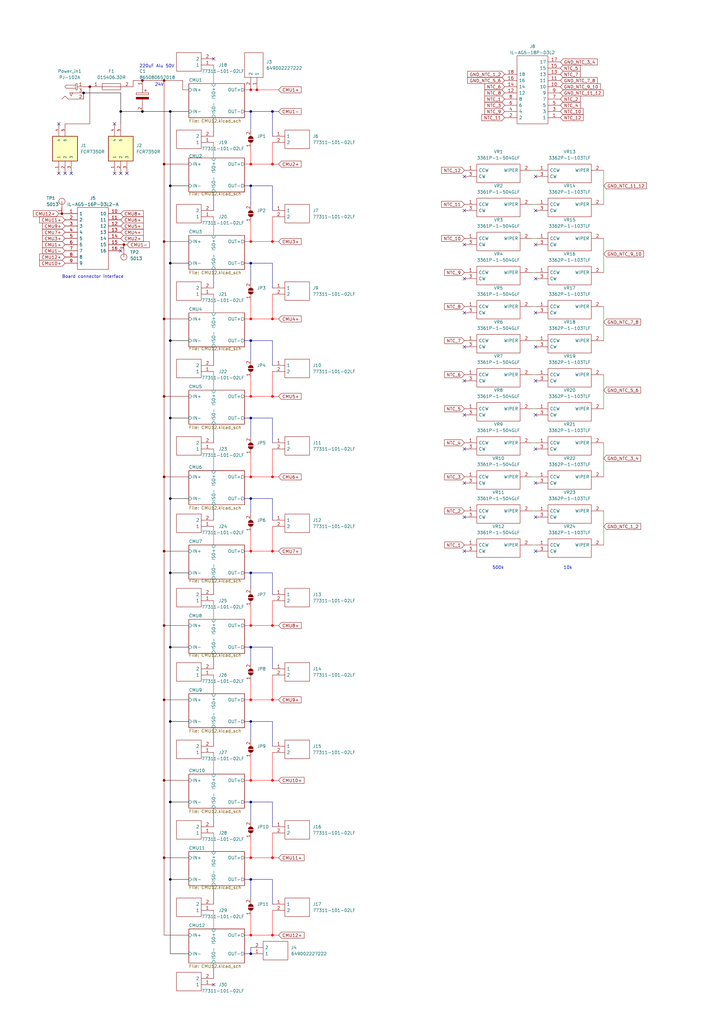
<source format=kicad_sch>
(kicad_sch (version 20211123) (generator eeschema)
  (paper "A3" portrait)
  (lib_symbols
    (symbol "5013:5013" (pin_names (offset 1.016) hide)
      (property "Reference" "TP" (at -2.54 2.032 0))
      (property "Value" "5013" (at -2.54 -3.302 0))
      (symbol "5013_0_0"
        (pin passive line (at -5.08 0 0) (length 2.54) (name "~") (number "1"))
      )
    )
    (symbol "FCR7350R:FCR7350R" (pin_names (offset 1.016))
      (property "Reference" "J" (at 16.51 7.62 0))
      (property "Value" "FCR7350R" (at 16.51 5.08 0))
      (symbol "FCR7350R_0_0"
        (pin bidirectional line (at 0 0 0) (length 5.08) (name "1") (number "1"))
        (pin bidirectional line (at 0 -2.54 0) (length 5.08) (name "2") (number "2"))
        (pin bidirectional line (at 0 -5.08 0) (length 5.08) (name "3") (number "3"))
        (pin bidirectional line (at 20.32 0 180) (length 5.08) (name "4") (number "4"))
        (pin bidirectional line (at 20.32 -2.54 180) (length 5.08) (name "5") (number "5"))
      )
    )
    (symbol "Jumper:SolderJumper_2_Open" (pin_names (offset 0) hide)
      (property "Reference" "JP" (at 0 2.032 0))
      (property "Value" "SolderJumper_2_Open" (at 0 -2.54 0))
      (symbol "SolderJumper_2_Open_1_1"
        (pin passive line (at -3.81 0 0) (length 2.54) (name "A") (number "1"))
        (pin passive line (at 3.81 0 180) (length 2.54) (name "B") (number "2"))
      )
    )
    (symbol "SamacSys_Parts:015406.3DR" (pin_names (offset 0.762))
      (property "Reference" "F" (at 13.97 6.35 0))
      (property "Value" "015406.3DR" (at 13.97 3.81 0))
      (symbol "015406.3DR_0_0"
        (pin passive line (at 0 0 0) (length 5.08) (name "~") (number "1"))
        (pin passive line (at 17.78 0 180) (length 5.08) (name "~") (number "2"))
      )
    )
    (symbol "SamacSys_Parts:3361P-1-504GLF" (pin_names (offset 0.762))
      (property "Reference" "VR" (at 24.13 7.62 0))
      (property "Value" "3361P-1-504GLF" (at 24.13 5.08 0))
      (symbol "3361P-1-504GLF_0_0"
        (pin passive line (at 0 0 0) (length 5.08) (name "CCW") (number "1"))
        (pin passive line (at 27.94 0 180) (length 5.08) (name "WIPER") (number "2"))
        (pin passive line (at 0 -2.54 0) (length 5.08) (name "CW") (number "3"))
      )
    )
    (symbol "SamacSys_Parts:3362P-1-103TLF" (pin_names (offset 0.762))
      (property "Reference" "VR" (at 24.13 7.62 0))
      (property "Value" "3362P-1-103TLF" (at 24.13 5.08 0))
      (symbol "3362P-1-103TLF_0_0"
        (pin passive line (at 0 0 0) (length 5.08) (name "CCW") (number "1"))
        (pin passive line (at 27.94 0 180) (length 5.08) (name "WIPER") (number "2"))
        (pin passive line (at 0 -2.54 0) (length 5.08) (name "CW") (number "3"))
      )
    )
    (symbol "SamacSys_Parts:649002227222" (pin_names (offset 0.762))
      (property "Reference" "J" (at 16.51 7.62 0))
      (property "Value" "649002227222" (at 16.51 5.08 0))
      (symbol "649002227222_0_0"
        (pin passive line (at 0 -2.54 0) (length 5.08) (name "1") (number "1"))
        (pin passive line (at 0 0 0) (length 5.08) (name "2") (number "2"))
      )
    )
    (symbol "SamacSys_Parts:77311-101-02LF" (pin_names (offset 0.762))
      (property "Reference" "J" (at 16.51 7.62 0))
      (property "Value" "77311-101-02LF" (at 16.51 5.08 0))
      (symbol "77311-101-02LF_0_0"
        (pin passive line (at 0 0 0) (length 5.08) (name "1") (number "1"))
        (pin passive line (at 0 -2.54 0) (length 5.08) (name "2") (number "2"))
      )
    )
    (symbol "SamacSys_Parts:865080657018" (pin_names (offset 0.762))
      (property "Reference" "C" (at 8.89 6.35 0))
      (property "Value" "865080657018" (at 8.89 3.81 0))
      (symbol "865080657018_0_0"
        (pin passive line (at 0 0 0) (length 2.54) (name "~") (number "1"))
        (pin passive line (at 12.7 0 180) (length 2.54) (name "~") (number "2"))
      )
    )
    (symbol "SamacSys_Parts:IL-AG5-16P-D3L2-A" (pin_names (offset 0.762))
      (property "Reference" "J" (at 19.05 7.62 0))
      (property "Value" "IL-AG5-16P-D3L2-A" (at 19.05 5.08 0))
      (symbol "IL-AG5-16P-D3L2-A_0_0"
        (pin passive line (at 0 0 0) (length 5.08) (name "1") (number "1"))
        (pin passive line (at 22.86 0 180) (length 5.08) (name "10") (number "10"))
        (pin passive line (at 22.86 -2.54 180) (length 5.08) (name "11") (number "11"))
        (pin passive line (at 22.86 -5.08 180) (length 5.08) (name "12") (number "12"))
        (pin passive line (at 22.86 -7.62 180) (length 5.08) (name "13") (number "13"))
        (pin passive line (at 22.86 -10.16 180) (length 5.08) (name "14") (number "14"))
        (pin passive line (at 22.86 -12.7 180) (length 5.08) (name "15") (number "15"))
        (pin passive line (at 22.86 -15.24 180) (length 5.08) (name "16") (number "16"))
        (pin passive line (at 0 -2.54 0) (length 5.08) (name "2") (number "2"))
        (pin passive line (at 0 -5.08 0) (length 5.08) (name "3") (number "3"))
        (pin passive line (at 0 -7.62 0) (length 5.08) (name "4") (number "4"))
        (pin passive line (at 0 -10.16 0) (length 5.08) (name "5") (number "5"))
        (pin passive line (at 0 -12.7 0) (length 5.08) (name "6") (number "6"))
        (pin passive line (at 0 -15.24 0) (length 5.08) (name "7") (number "7"))
        (pin passive line (at 0 -17.78 0) (length 5.08) (name "8") (number "8"))
        (pin passive line (at 0 -20.32 0) (length 5.08) (name "9") (number "9"))
      )
    )
    (symbol "SamacSys_Parts:IL-AG5-18P-D3L2" (pin_names (offset 0.762))
      (property "Reference" "J" (at 19.05 7.62 0))
      (property "Value" "IL-AG5-18P-D3L2" (at 19.05 5.08 0))
      (symbol "IL-AG5-18P-D3L2_0_0"
        (pin passive line (at 0 0 0) (length 5.08) (name "1") (number "1"))
        (pin passive line (at 0 -12.7 0) (length 5.08) (name "10") (number "10"))
        (pin passive line (at 0 -15.24 0) (length 5.08) (name "11") (number "11"))
        (pin passive line (at 22.86 -10.16 180) (length 5.08) (name "12") (number "12"))
        (pin passive line (at 0 -17.78 0) (length 5.08) (name "13") (number "13"))
        (pin passive line (at 22.86 -12.7 180) (length 5.08) (name "14") (number "14"))
        (pin passive line (at 0 -20.32 0) (length 5.08) (name "15") (number "15"))
        (pin passive line (at 22.86 -15.24 180) (length 5.08) (name "16") (number "16"))
        (pin passive line (at 0 -22.86 0) (length 5.08) (name "17") (number "17"))
        (pin passive line (at 22.86 -17.78 180) (length 5.08) (name "18") (number "18"))
        (pin passive line (at 22.86 0 180) (length 5.08) (name "2") (number "2"))
        (pin passive line (at 0 -2.54 0) (length 5.08) (name "3") (number "3"))
        (pin passive line (at 22.86 -2.54 180) (length 5.08) (name "4") (number "4"))
        (pin passive line (at 0 -5.08 0) (length 5.08) (name "5") (number "5"))
        (pin passive line (at 22.86 -5.08 180) (length 5.08) (name "6") (number "6"))
        (pin passive line (at 0 -7.62 0) (length 5.08) (name "7") (number "7"))
        (pin passive line (at 22.86 -7.62 180) (length 5.08) (name "8") (number "8"))
        (pin passive line (at 0 -10.16 0) (length 5.08) (name "9") (number "9"))
      )
    )
    (symbol "dk_Barrel-Power-Connectors:PJ-102A" (pin_names (offset 1.016))
      (property "Reference" "J" (at 0 2.54 0))
      (property "Value" "PJ-102A" (at 0 -6.35 0))
      (symbol "PJ-102A_1_1"
        (pin passive line (at 2.54 0 180) (length 2.54) (name "~") (number "1"))
        (pin passive line (at 2.54 -5.08 180) (length 2.54) (name "~") (number "2"))
        (pin passive line (at 2.54 -2.54 180) (length 2.54) (name "~") (number "3"))
      )
    )
  )
  (junction (at 102.87 287.02) (color 255 0 0 1))
  (junction (at 111.76 130.81) (color 255 0 0 1))
  (junction (at 102.87 195.58) (color 255 0 0 1))
  (junction (at 102.87 234.95) (color 0 0 132 1))
  (junction (at 67.31 67.31) (color 132 0 0 1))
  (junction (at 111.76 67.31) (color 255 0 0 1))
  (junction (at 111.76 287.02) (color 255 0 0 1))
  (junction (at 102.87 295.91) (color 0 0 132 1))
  (junction (at 102.87 391.16) (color 0 0 132 1))
  (junction (at 111.76 226.06) (color 255 0 0 1))
  (junction (at 102.87 204.47) (color 0 0 132 1))
  (junction (at 111.76 320.04) (color 255 0 0 1))
  (junction (at 111.76 383.54) (color 255 0 0 1))
  (junction (at 102.87 130.81) (color 255 0 0 1))
  (junction (at 69.85 76.2) (color 0 0 0 1))
  (junction (at 49.53 45.72) (color 0 0 0 1))
  (junction (at 36.83 35.56) (color 132 0 0 1))
  (junction (at 102.87 76.2) (color 0 0 132 1))
  (junction (at 69.85 107.95) (color 0 0 0 1))
  (junction (at 69.85 171.45) (color 0 0 0 1))
  (junction (at 69.85 45.72) (color 0 0 0 1))
  (junction (at 58.42 45.72) (color 0 0 0 1))
  (junction (at 111.76 162.56) (color 255 0 0 1))
  (junction (at 102.87 265.43) (color 0 0 132 1))
  (junction (at 67.31 256.54) (color 132 0 0 1))
  (junction (at 69.85 204.47) (color 0 0 0 1))
  (junction (at 50.8 100.33) (color 132 0 0 1))
  (junction (at 69.85 234.95) (color 0 0 0 1))
  (junction (at 102.87 320.04) (color 255 0 0 1))
  (junction (at 102.87 171.45) (color 0 0 132 1))
  (junction (at 67.31 162.56) (color 132 0 0 1))
  (junction (at 102.87 36.83) (color 255 0 0 1))
  (junction (at 102.87 139.7) (color 0 0 132 1))
  (junction (at 67.31 130.81) (color 132 0 0 1))
  (junction (at 69.85 265.43) (color 0 0 0 1))
  (junction (at 105.41 36.83) (color 255 0 0 1))
  (junction (at 102.87 162.56) (color 255 0 0 1))
  (junction (at 102.87 328.93) (color 0 0 132 1))
  (junction (at 102.87 99.06) (color 255 0 0 1))
  (junction (at 102.87 360.68) (color 0 0 132 1))
  (junction (at 111.76 256.54) (color 255 0 0 1))
  (junction (at 69.85 139.7) (color 0 0 0 1))
  (junction (at 69.85 295.91) (color 0 0 0 1))
  (junction (at 102.87 351.79) (color 255 0 0 1))
  (junction (at 67.31 287.02) (color 132 0 0 1))
  (junction (at 102.87 45.72) (color 0 0 132 1))
  (junction (at 111.76 195.58) (color 255 0 0 1))
  (junction (at 67.31 195.58) (color 132 0 0 1))
  (junction (at 102.87 383.54) (color 255 0 0 1))
  (junction (at 102.87 67.31) (color 255 0 0 1))
  (junction (at 102.87 256.54) (color 255 0 0 1))
  (junction (at 58.42 33.02) (color 132 0 0 1))
  (junction (at 34.29 38.1) (color 0 0 0 1))
  (junction (at 102.87 226.06) (color 255 0 0 1))
  (junction (at 67.31 351.79) (color 132 0 0 1))
  (junction (at 67.31 320.04) (color 132 0 0 1))
  (junction (at 25.4 87.63) (color 132 0 0 1))
  (junction (at 67.31 99.06) (color 132 0 0 1))
  (junction (at 111.76 351.79) (color 255 0 0 1))
  (junction (at 67.31 33.02) (color 132 0 0 1))
  (junction (at 102.87 107.95) (color 0 0 132 1))
  (junction (at 67.31 226.06) (color 132 0 0 1))
  (junction (at 111.76 45.72) (color 0 0 132 1))
  (junction (at 69.85 360.68) (color 0 0 0 1))
  (junction (at 69.85 328.93) (color 0 0 0 1))
  (junction (at 111.76 99.06) (color 255 0 0 1))
  (no_connect (at 190.5 184.15))
  (no_connect (at 219.71 114.3))
  (no_connect (at 219.71 198.12))
  (no_connect (at 190.5 114.3))
  (no_connect (at 219.71 170.18))
  (no_connect (at 87.63 24.13))
  (no_connect (at 190.5 156.21))
  (no_connect (at 190.5 170.18))
  (no_connect (at 219.71 156.21))
  (no_connect (at 219.71 86.36))
  (no_connect (at 190.5 128.27))
  (no_connect (at 219.71 100.33))
  (no_connect (at 219.71 128.27))
  (no_connect (at 190.5 100.33))
  (no_connect (at 190.5 72.39))
  (no_connect (at 190.5 226.06))
  (no_connect (at 219.71 142.24))
  (no_connect (at 49.53 102.87))
  (no_connect (at 219.71 212.09))
  (no_connect (at 190.5 198.12))
  (no_connect (at 29.21 71.12))
  (no_connect (at 26.67 71.12))
  (no_connect (at 24.13 71.12))
  (no_connect (at 24.13 50.8))
  (no_connect (at 46.99 71.12))
  (no_connect (at 49.53 71.12))
  (no_connect (at 52.07 71.12))
  (no_connect (at 46.99 50.8))
  (no_connect (at 219.71 184.15))
  (no_connect (at 190.5 86.36))
  (no_connect (at 219.71 72.39))
  (no_connect (at 190.5 142.24))
  (no_connect (at 219.71 226.06))
  (no_connect (at 87.63 403.86))
  (no_connect (at 190.5 212.09))
  (wire (pts (xy 25.4 87.63) (xy 26.67 87.63)) (stroke (width 0) (color 132 0 0 1)))
  (wire (pts (xy 247.65 125.73) (xy 247.65 139.7)))
  (wire (pts (xy 67.31 195.58) (xy 77.47 195.58)) (stroke (width 0) (color 132 0 0 1)))
  (wire (pts (xy 87.63 48.26) (xy 87.63 55.88)) (stroke (width 0) (color 0 0 132 1)))
  (wire (pts (xy 69.85 204.47) (xy 69.85 234.95)) (stroke (width 0) (color 0 0 0 1)))
  (wire (pts (xy 100.33 76.2) (xy 102.87 76.2)) (stroke (width 0) (color 0 0 132 1)))
  (wire (pts (xy 102.87 279.4) (xy 102.87 287.02)) (stroke (width 0) (color 255 0 0 1)))
  (wire (pts (xy 67.31 383.54) (xy 77.47 383.54)) (stroke (width 0) (color 132 0 0 1)))
  (wire (pts (xy 87.63 267.97) (xy 87.63 274.32)) (stroke (width 0) (color 0 0 132 1)))
  (wire (pts (xy 69.85 328.93) (xy 77.47 328.93)) (stroke (width 0) (color 0 0 0 1)))
  (wire (pts (xy 50.8 100.33) (xy 49.53 100.33)) (stroke (width 0) (color 132 0 0 1)))
  (wire (pts (xy 67.31 287.02) (xy 77.47 287.02)) (stroke (width 0) (color 132 0 0 1)))
  (wire (pts (xy 218.44 97.79) (xy 219.71 97.79)))
  (wire (pts (xy 87.63 276.86) (xy 87.63 284.48)) (stroke (width 0) (color 255 0 0 1)))
  (wire (pts (xy 102.87 218.44) (xy 102.87 226.06)) (stroke (width 0) (color 255 0 0 1)))
  (wire (pts (xy 100.33 162.56) (xy 102.87 162.56)) (stroke (width 0) (color 255 0 0 1)))
  (wire (pts (xy 100.33 391.16) (xy 102.87 391.16)) (stroke (width 0) (color 0 0 132 1)))
  (wire (pts (xy 102.87 45.72) (xy 102.87 53.34)) (stroke (width 0) (color 0 0 132 1)))
  (wire (pts (xy 105.41 36.83) (xy 114.3 36.83)) (stroke (width 0) (color 255 0 0 1)))
  (wire (pts (xy 111.76 162.56) (xy 114.3 162.56)) (stroke (width 0) (color 255 0 0 1)))
  (wire (pts (xy 67.31 99.06) (xy 77.47 99.06)) (stroke (width 0) (color 132 0 0 1)))
  (wire (pts (xy 111.76 107.95) (xy 102.87 107.95)) (stroke (width 0) (color 0 0 132 1)))
  (wire (pts (xy 87.63 88.9) (xy 87.63 96.52)) (stroke (width 0) (color 255 0 0 1)))
  (wire (pts (xy 111.76 213.36) (xy 111.76 204.47)) (stroke (width 0) (color 0 0 132 1)))
  (wire (pts (xy 69.85 265.43) (xy 69.85 295.91)) (stroke (width 0) (color 0 0 0 1)))
  (wire (pts (xy 102.87 130.81) (xy 111.76 130.81)) (stroke (width 0) (color 255 0 0 1)))
  (wire (pts (xy 218.44 223.52) (xy 219.71 223.52)))
  (wire (pts (xy 102.87 375.92) (xy 102.87 383.54)) (stroke (width 0) (color 255 0 0 1)))
  (wire (pts (xy 67.31 162.56) (xy 77.47 162.56)) (stroke (width 0) (color 132 0 0 1)))
  (wire (pts (xy 67.31 99.06) (xy 67.31 130.81)) (stroke (width 0) (color 132 0 0 1)))
  (wire (pts (xy 111.76 45.72) (xy 111.76 55.88)) (stroke (width 0) (color 0 0 132 1)))
  (wire (pts (xy 111.76 149.86) (xy 111.76 139.7)) (stroke (width 0) (color 0 0 132 1)))
  (wire (pts (xy 218.44 139.7) (xy 219.71 139.7)))
  (wire (pts (xy 218.44 153.67) (xy 219.71 153.67)))
  (wire (pts (xy 87.63 363.22) (xy 87.63 370.84)) (stroke (width 0) (color 0 0 132 1)))
  (wire (pts (xy 111.76 67.31) (xy 114.3 67.31)) (stroke (width 0) (color 255 0 0 1)))
  (wire (pts (xy 100.33 351.79) (xy 102.87 351.79)) (stroke (width 0) (color 255 0 0 1)))
  (wire (pts (xy 100.33 360.68) (xy 102.87 360.68)) (stroke (width 0) (color 0 0 132 1)))
  (wire (pts (xy 67.31 33.02) (xy 67.31 67.31)) (stroke (width 0) (color 132 0 0 1)))
  (wire (pts (xy 87.63 173.99) (xy 87.63 181.61)) (stroke (width 0) (color 0 0 132 1)))
  (wire (pts (xy 111.76 130.81) (xy 114.3 130.81)) (stroke (width 0) (color 255 0 0 1)))
  (wire (pts (xy 102.87 171.45) (xy 102.87 179.07)) (stroke (width 0) (color 0 0 132 1)))
  (wire (pts (xy 87.63 373.38) (xy 87.63 381)) (stroke (width 0) (color 255 0 0 1)))
  (wire (pts (xy 102.87 256.54) (xy 111.76 256.54)) (stroke (width 0) (color 255 0 0 1)))
  (wire (pts (xy 36.83 35.56) (xy 34.29 35.56)) (stroke (width 0) (color 132 0 0 1)))
  (wire (pts (xy 111.76 246.38) (xy 111.76 256.54)) (stroke (width 0) (color 255 0 0 1)))
  (wire (pts (xy 102.87 287.02) (xy 111.76 287.02)) (stroke (width 0) (color 255 0 0 1)))
  (wire (pts (xy 102.87 162.56) (xy 111.76 162.56)) (stroke (width 0) (color 255 0 0 1)))
  (wire (pts (xy 87.63 308.61) (xy 87.63 317.5)) (stroke (width 0) (color 255 0 0 1)))
  (wire (pts (xy 111.76 306.07) (xy 111.76 295.91)) (stroke (width 0) (color 0 0 132 1)))
  (wire (pts (xy 102.87 336.55) (xy 102.87 328.93)) (stroke (width 0) (color 0 0 132 1)))
  (wire (pts (xy 49.53 38.1) (xy 49.53 45.72)) (stroke (width 0) (color 0 0 0 1)))
  (wire (pts (xy 74.93 33.02) (xy 74.93 36.83)) (stroke (width 0) (color 132 0 0 1)))
  (wire (pts (xy 100.33 36.83) (xy 102.87 36.83)) (stroke (width 0) (color 255 0 0 1)))
  (wire (pts (xy 102.87 139.7) (xy 102.87 147.32)) (stroke (width 0) (color 0 0 132 1)))
  (wire (pts (xy 67.31 287.02) (xy 67.31 320.04)) (stroke (width 0) (color 132 0 0 1)))
  (wire (pts (xy 58.42 45.72) (xy 69.85 45.72)) (stroke (width 0) (color 0 0 0 1)))
  (wire (pts (xy 87.63 120.65) (xy 87.63 128.27)) (stroke (width 0) (color 255 0 0 1)))
  (wire (pts (xy 87.63 142.24) (xy 87.63 149.86)) (stroke (width 0) (color 0 0 132 1)))
  (wire (pts (xy 87.63 331.47) (xy 87.63 339.09)) (stroke (width 0) (color 0 0 132 1)))
  (wire (pts (xy 111.76 339.09) (xy 111.76 328.93)) (stroke (width 0) (color 0 0 132 1)))
  (wire (pts (xy 218.44 111.76) (xy 219.71 111.76)))
  (wire (pts (xy 69.85 171.45) (xy 69.85 204.47)) (stroke (width 0) (color 0 0 0 1)))
  (wire (pts (xy 69.85 76.2) (xy 77.47 76.2)) (stroke (width 0) (color 0 0 0 1)))
  (wire (pts (xy 102.87 265.43) (xy 100.33 265.43)) (stroke (width 0) (color 0 0 132 1)))
  (wire (pts (xy 218.44 195.58) (xy 219.71 195.58)))
  (wire (pts (xy 102.87 99.06) (xy 111.76 99.06)) (stroke (width 0) (color 255 0 0 1)))
  (wire (pts (xy 218.44 167.64) (xy 219.71 167.64)))
  (wire (pts (xy 102.87 107.95) (xy 102.87 115.57)) (stroke (width 0) (color 0 0 132 1)))
  (wire (pts (xy 67.31 195.58) (xy 67.31 226.06)) (stroke (width 0) (color 132 0 0 1)))
  (wire (pts (xy 69.85 360.68) (xy 69.85 391.16)) (stroke (width 0) (color 0 0 0 1)))
  (wire (pts (xy 100.33 383.54) (xy 102.87 383.54)) (stroke (width 0) (color 255 0 0 1)))
  (wire (pts (xy 49.53 45.72) (xy 49.53 50.8)) (stroke (width 0) (color 0 0 0 1)))
  (wire (pts (xy 67.31 162.56) (xy 67.31 195.58)) (stroke (width 0) (color 132 0 0 1)))
  (wire (pts (xy 102.87 360.68) (xy 102.87 368.3)) (stroke (width 0) (color 0 0 132 1)))
  (wire (pts (xy 67.31 320.04) (xy 67.31 351.79)) (stroke (width 0) (color 132 0 0 1)))
  (wire (pts (xy 52.07 100.33) (xy 50.8 100.33)) (stroke (width 0) (color 132 0 0 1)))
  (wire (pts (xy 67.31 256.54) (xy 67.31 287.02)) (stroke (width 0) (color 132 0 0 1)))
  (wire (pts (xy 111.76 276.86) (xy 111.76 287.02)) (stroke (width 0) (color 255 0 0 1)))
  (wire (pts (xy 218.44 83.82) (xy 219.71 83.82)))
  (wire (pts (xy 67.31 33.02) (xy 74.93 33.02)) (stroke (width 0) (color 132 0 0 1)))
  (wire (pts (xy 87.63 215.9) (xy 87.63 223.52)) (stroke (width 0) (color 255 0 0 1)))
  (wire (pts (xy 102.87 295.91) (xy 100.33 295.91)) (stroke (width 0) (color 0 0 132 1)))
  (wire (pts (xy 102.87 36.83) (xy 105.41 36.83)) (stroke (width 0) (color 255 0 0 1)))
  (wire (pts (xy 87.63 152.4) (xy 87.63 160.02)) (stroke (width 0) (color 255 0 0 1)))
  (wire (pts (xy 111.76 243.84) (xy 111.76 234.95)) (stroke (width 0) (color 0 0 132 1)))
  (wire (pts (xy 69.85 328.93) (xy 69.85 360.68)) (stroke (width 0) (color 0 0 0 1)))
  (wire (pts (xy 36.83 50.8) (xy 36.83 35.56)) (stroke (width 0) (color 132 0 0 1)))
  (wire (pts (xy 102.87 351.79) (xy 111.76 351.79)) (stroke (width 0) (color 255 0 0 1)))
  (wire (pts (xy 111.76 320.04) (xy 114.3 320.04)) (stroke (width 0) (color 255 0 0 1)))
  (wire (pts (xy 247.65 153.67) (xy 247.65 167.64)))
  (wire (pts (xy 111.76 88.9) (xy 111.76 99.06)) (stroke (width 0) (color 255 0 0 1)))
  (wire (pts (xy 100.33 45.72) (xy 102.87 45.72)) (stroke (width 0) (color 0 0 132 1)))
  (wire (pts (xy 24.13 87.63) (xy 25.4 87.63)) (stroke (width 0) (color 132 0 0 1)))
  (wire (pts (xy 69.85 234.95) (xy 77.47 234.95)) (stroke (width 0) (color 0 0 0 1)))
  (wire (pts (xy 102.87 271.78) (xy 102.87 265.43)) (stroke (width 0) (color 0 0 132 1)))
  (wire (pts (xy 87.63 26.67) (xy 87.63 34.29)) (stroke (width 0) (color 255 0 0 1)))
  (wire (pts (xy 69.85 265.43) (xy 77.47 265.43)) (stroke (width 0) (color 0 0 0 1)))
  (wire (pts (xy 111.76 171.45) (xy 102.87 171.45)) (stroke (width 0) (color 0 0 132 1)))
  (wire (pts (xy 218.44 181.61) (xy 219.71 181.61)))
  (wire (pts (xy 100.33 99.06) (xy 102.87 99.06)) (stroke (width 0) (color 255 0 0 1)))
  (wire (pts (xy 102.87 328.93) (xy 100.33 328.93)) (stroke (width 0) (color 0 0 132 1)))
  (wire (pts (xy 111.76 256.54) (xy 114.3 256.54)) (stroke (width 0) (color 255 0 0 1)))
  (wire (pts (xy 111.76 181.61) (xy 111.76 171.45)) (stroke (width 0) (color 0 0 132 1)))
  (wire (pts (xy 87.63 394.97) (xy 87.63 401.32)) (stroke (width 0) (color 0 0 132 1)))
  (wire (pts (xy 74.93 36.83) (xy 77.47 36.83)) (stroke (width 0) (color 132 0 0 1)))
  (wire (pts (xy 100.33 171.45) (xy 102.87 171.45)) (stroke (width 0) (color 0 0 132 1)))
  (wire (pts (xy 111.76 351.79) (xy 114.3 351.79)) (stroke (width 0) (color 255 0 0 1)))
  (wire (pts (xy 247.65 69.85) (xy 247.65 83.82)))
  (wire (pts (xy 111.76 360.68) (xy 111.76 370.84)) (stroke (width 0) (color 0 0 132 1)))
  (wire (pts (xy 87.63 246.38) (xy 87.63 254)) (stroke (width 0) (color 255 0 0 1)))
  (wire (pts (xy 67.31 67.31) (xy 77.47 67.31)) (stroke (width 0) (color 132 0 0 1)))
  (wire (pts (xy 87.63 237.49) (xy 87.63 243.84)) (stroke (width 0) (color 0 0 132 1)))
  (wire (pts (xy 69.85 139.7) (xy 77.47 139.7)) (stroke (width 0) (color 0 0 0 1)))
  (wire (pts (xy 102.87 388.62) (xy 102.87 391.16)) (stroke (width 0) (color 0 0 132 1)))
  (wire (pts (xy 111.76 373.38) (xy 111.76 383.54)) (stroke (width 0) (color 255 0 0 1)))
  (wire (pts (xy 111.76 215.9) (xy 111.76 226.06)) (stroke (width 0) (color 255 0 0 1)))
  (wire (pts (xy 67.31 226.06) (xy 67.31 256.54)) (stroke (width 0) (color 132 0 0 1)))
  (wire (pts (xy 102.87 123.19) (xy 102.87 130.81)) (stroke (width 0) (color 255 0 0 1)))
  (wire (pts (xy 100.33 287.02) (xy 102.87 287.02)) (stroke (width 0) (color 255 0 0 1)))
  (wire (pts (xy 69.85 45.72) (xy 69.85 76.2)) (stroke (width 0) (color 0 0 0 1)))
  (wire (pts (xy 100.33 226.06) (xy 102.87 226.06)) (stroke (width 0) (color 255 0 0 1)))
  (wire (pts (xy 102.87 234.95) (xy 100.33 234.95)) (stroke (width 0) (color 0 0 132 1)))
  (wire (pts (xy 102.87 91.44) (xy 102.87 99.06)) (stroke (width 0) (color 255 0 0 1)))
  (wire (pts (xy 102.87 67.31) (xy 111.76 67.31)) (stroke (width 0) (color 255 0 0 1)))
  (wire (pts (xy 102.87 76.2) (xy 102.87 83.82)) (stroke (width 0) (color 0 0 132 1)))
  (wire (pts (xy 67.31 130.81) (xy 67.31 162.56)) (stroke (width 0) (color 132 0 0 1)))
  (wire (pts (xy 69.85 360.68) (xy 77.47 360.68)) (stroke (width 0) (color 0 0 0 1)))
  (wire (pts (xy 87.63 184.15) (xy 87.63 193.04)) (stroke (width 0) (color 255 0 0 1)))
  (wire (pts (xy 100.33 67.31) (xy 102.87 67.31)) (stroke (width 0) (color 255 0 0 1)))
  (wire (pts (xy 87.63 341.63) (xy 87.63 349.25)) (stroke (width 0) (color 255 0 0 1)))
  (wire (pts (xy 218.44 209.55) (xy 219.71 209.55)))
  (wire (pts (xy 111.76 295.91) (xy 102.87 295.91)) (stroke (width 0) (color 0 0 132 1)))
  (wire (pts (xy 54.61 33.02) (xy 54.61 35.56)) (stroke (width 0) (color 132 0 0 1)))
  (wire (pts (xy 100.33 195.58) (xy 102.87 195.58)) (stroke (width 0) (color 255 0 0 1)))
  (wire (pts (xy 111.76 120.65) (xy 111.76 130.81)) (stroke (width 0) (color 255 0 0 1)))
  (wire (pts (xy 34.29 38.1) (xy 34.29 40.64)) (stroke (width 0) (color 0 0 0 1)))
  (wire (pts (xy 87.63 298.45) (xy 87.63 306.07)) (stroke (width 0) (color 0 0 132 1)))
  (wire (pts (xy 111.76 308.61) (xy 111.76 320.04)) (stroke (width 0) (color 255 0 0 1)))
  (wire (pts (xy 111.76 274.32) (xy 111.76 265.43)) (stroke (width 0) (color 0 0 132 1)))
  (wire (pts (xy 111.76 341.63) (xy 111.76 351.79)) (stroke (width 0) (color 255 0 0 1)))
  (wire (pts (xy 111.76 328.93) (xy 102.87 328.93)) (stroke (width 0) (color 0 0 132 1)))
  (wire (pts (xy 100.33 320.04) (xy 102.87 320.04)) (stroke (width 0) (color 255 0 0 1)))
  (wire (pts (xy 69.85 234.95) (xy 69.85 265.43)) (stroke (width 0) (color 0 0 0 1)))
  (wire (pts (xy 67.31 320.04) (xy 77.47 320.04)) (stroke (width 0) (color 132 0 0 1)))
  (wire (pts (xy 100.33 130.81) (xy 102.87 130.81)) (stroke (width 0) (color 255 0 0 1)))
  (wire (pts (xy 69.85 107.95) (xy 77.47 107.95)) (stroke (width 0) (color 0 0 0 1)))
  (wire (pts (xy 111.76 152.4) (xy 111.76 162.56)) (stroke (width 0) (color 255 0 0 1)))
  (wire (pts (xy 54.61 33.02) (xy 58.42 33.02)) (stroke (width 0) (color 132 0 0 1)))
  (wire (pts (xy 87.63 78.74) (xy 87.63 86.36)) (stroke (width 0) (color 0 0 132 1)))
  (wire (pts (xy 87.63 110.49) (xy 87.63 118.11)) (stroke (width 0) (color 0 0 132 1)))
  (wire (pts (xy 111.76 226.06) (xy 114.3 226.06)) (stroke (width 0) (color 255 0 0 1)))
  (wire (pts (xy 69.85 139.7) (xy 69.85 171.45)) (stroke (width 0) (color 0 0 0 1)))
  (wire (pts (xy 100.33 107.95) (xy 102.87 107.95)) (stroke (width 0) (color 0 0 132 1)))
  (wire (pts (xy 87.63 207.01) (xy 87.63 213.36)) (stroke (width 0) (color 0 0 132 1)))
  (wire (pts (xy 102.87 186.69) (xy 102.87 195.58)) (stroke (width 0) (color 255 0 0 1)))
  (wire (pts (xy 102.87 311.15) (xy 102.87 320.04)) (stroke (width 0) (color 255 0 0 1)))
  (wire (pts (xy 247.65 97.79) (xy 247.65 111.76)))
  (wire (pts (xy 111.76 195.58) (xy 114.3 195.58)) (stroke (width 0) (color 255 0 0 1)))
  (wire (pts (xy 69.85 45.72) (xy 77.47 45.72)) (stroke (width 0) (color 0 0 0 1)))
  (wire (pts (xy 69.85 204.47) (xy 77.47 204.47)) (stroke (width 0) (color 0 0 0 1)))
  (wire (pts (xy 102.87 204.47) (xy 102.87 210.82)) (stroke (width 0) (color 0 0 132 1)))
  (wire (pts (xy 69.85 171.45) (xy 77.47 171.45)) (stroke (width 0) (color 0 0 0 1)))
  (wire (pts (xy 67.31 130.81) (xy 77.47 130.81)) (stroke (width 0) (color 132 0 0 1)))
  (wire (pts (xy 100.33 204.47) (xy 102.87 204.47)) (stroke (width 0) (color 0 0 132 1)))
  (wire (pts (xy 219.71 69.85) (xy 218.44 69.85)))
  (wire (pts (xy 67.31 67.31) (xy 67.31 99.06)) (stroke (width 0) (color 132 0 0 1)))
  (wire (pts (xy 102.87 154.94) (xy 102.87 162.56)) (stroke (width 0) (color 255 0 0 1)))
  (wire (pts (xy 111.76 118.11) (xy 111.76 107.95)) (stroke (width 0) (color 0 0 132 1)))
  (wire (pts (xy 111.76 383.54) (xy 114.3 383.54)) (stroke (width 0) (color 255 0 0 1)))
  (wire (pts (xy 111.76 86.36) (xy 111.76 76.2)) (stroke (width 0) (color 0 0 132 1)))
  (wire (pts (xy 69.85 295.91) (xy 77.47 295.91)) (stroke (width 0) (color 0 0 0 1)))
  (wire (pts (xy 102.87 241.3) (xy 102.87 234.95)) (stroke (width 0) (color 0 0 132 1)))
  (wire (pts (xy 111.76 204.47) (xy 102.87 204.47)) (stroke (width 0) (color 0 0 132 1)))
  (wire (pts (xy 69.85 295.91) (xy 69.85 328.93)) (stroke (width 0) (color 0 0 0 1)))
  (wire (pts (xy 111.76 139.7) (xy 102.87 139.7)) (stroke (width 0) (color 0 0 132 1)))
  (wire (pts (xy 102.87 226.06) (xy 111.76 226.06)) (stroke (width 0) (color 255 0 0 1)))
  (wire (pts (xy 67.31 351.79) (xy 67.31 383.54)) (stroke (width 0) (color 132 0 0 1)))
  (wire (pts (xy 102.87 45.72) (xy 111.76 45.72)) (stroke (width 0) (color 0 0 132 1)))
  (wire (pts (xy 69.85 76.2) (xy 69.85 107.95)) (stroke (width 0) (color 0 0 0 1)))
  (wire (pts (xy 102.87 344.17) (xy 102.87 351.79)) (stroke (width 0) (color 255 0 0 1)))
  (wire (pts (xy 111.76 58.42) (xy 111.76 67.31)) (stroke (width 0) (color 255 0 0 1)))
  (wire (pts (xy 102.87 195.58) (xy 111.76 195.58)) (stroke (width 0) (color 255 0 0 1)))
  (wire (pts (xy 67.31 256.54) (xy 77.47 256.54)) (stroke (width 0) (color 132 0 0 1)))
  (wire (pts (xy 34.29 38.1) (xy 49.53 38.1)) (stroke (width 0) (color 0 0 0 1)))
  (wire (pts (xy 247.65 209.55) (xy 247.65 223.52)))
  (wire (pts (xy 58.42 33.02) (xy 67.31 33.02)) (stroke (width 0) (color 132 0 0 1)))
  (wire (pts (xy 67.31 351.79) (xy 77.47 351.79)) (stroke (width 0) (color 132 0 0 1)))
  (wire (pts (xy 218.44 125.73) (xy 219.71 125.73)))
  (wire (pts (xy 247.65 181.61) (xy 247.65 195.58)))
  (wire (pts (xy 69.85 391.16) (xy 77.47 391.16)) (stroke (width 0) (color 0 0 0 1)))
  (wire (pts (xy 102.87 248.92) (xy 102.87 256.54)) (stroke (width 0) (color 255 0 0 1)))
  (wire (pts (xy 26.67 50.8) (xy 36.83 50.8)) (stroke (width 0) (color 132 0 0 1)))
  (wire (pts (xy 111.76 99.06) (xy 114.3 99.06)) (stroke (width 0) (color 255 0 0 1)))
  (wire (pts (xy 102.87 360.68) (xy 111.76 360.68)) (stroke (width 0) (color 0 0 132 1)))
  (wire (pts (xy 111.76 234.95) (xy 102.87 234.95)) (stroke (width 0) (color 0 0 132 1)))
  (wire (pts (xy 102.87 320.04) (xy 111.76 320.04)) (stroke (width 0) (color 255 0 0 1)))
  (wire (pts (xy 100.33 256.54) (xy 102.87 256.54)) (stroke (width 0) (color 255 0 0 1)))
  (wire (pts (xy 100.33 139.7) (xy 102.87 139.7)) (stroke (width 0) (color 0 0 132 1)))
  (wire (pts (xy 87.63 58.42) (xy 87.63 64.77)) (stroke (width 0) (color 255 0 0 1)))
  (wire (pts (xy 49.53 45.72) (xy 58.42 45.72)) (stroke (width 0) (color 0 0 0 1)))
  (wire (pts (xy 111.76 287.02) (xy 114.3 287.02)) (stroke (width 0) (color 255 0 0 1)))
  (wire (pts (xy 67.31 226.06) (xy 77.47 226.06)) (stroke (width 0) (color 132 0 0 1)))
  (wire (pts (xy 111.76 45.72) (xy 114.3 45.72)) (stroke (width 0) (color 0 0 132 1)))
  (wire (pts (xy 69.85 107.95) (xy 69.85 139.7)) (stroke (width 0) (color 0 0 0 1)))
  (wire (pts (xy 102.87 383.54) (xy 111.76 383.54)) (stroke (width 0) (color 255 0 0 1)))
  (wire (pts (xy 111.76 265.43) (xy 102.87 265.43)) (stroke (width 0) (color 0 0 132 1)))
  (wire (pts (xy 111.76 184.15) (xy 111.76 195.58)) (stroke (width 0) (color 255 0 0 1)))
  (wire (pts (xy 111.76 76.2) (xy 102.87 76.2)) (stroke (width 0) (color 0 0 132 1)))
  (wire (pts (xy 102.87 60.96) (xy 102.87 67.31)) (stroke (width 0) (color 255 0 0 1)))
  (wire (pts (xy 102.87 303.53) (xy 102.87 295.91)) (stroke (width 0) (color 0 0 132 1)))
  (text "24V" (at 63.5 35.56 0) (effects (font (size 1.27 1.27)) (justify left bottom)))
  (text "10k" (at 231.14 233.68 0) (effects (font (size 1.27 1.27)) (justify left bottom)))
  (text "220uF Alu 50V" (at 57.15 27.94 0) (effects (font (size 1.27 1.27)) (justify left bottom)))
  (text "Board connector interface" (at 25.4 114.3 0) (effects (font (size 1.27 1.27)) (justify left bottom)))
  (text "500k" (at 201.93 233.68 0) (effects (font (size 1.27 1.27)) (justify left bottom)))
  (global_label "CMU7+" (shape input) (at 26.67 95.25 180) (property "Intersheet References" "${INTERSHEET_REFS}" (effects hide)))
  (global_label "NTC_4" (shape input) (at 190.5 181.61 180) (property "Intersheet References" "${INTERSHEET_REFS}" (effects hide)))
  (global_label "CMU3+" (shape input) (at 26.67 97.79 180) (property "Intersheet References" "${INTERSHEET_REFS}" (effects hide)))
  (global_label "GND_NTC_5_6" (shape input) (at 247.65 160.02 0) (property "Intersheet References" "${INTERSHEET_REFS}" (effects hide)))
  (global_label "NTC_6" (shape input) (at 190.5 153.67 180) (property "Intersheet References" "${INTERSHEET_REFS}" (effects hide)))
  (global_label "CMU6+" (shape input) (at 49.53 90.17 0) (property "Intersheet References" "${INTERSHEET_REFS}" (effects hide)))
  (global_label "CMU5+" (shape input) (at 49.53 92.71 0) (property "Intersheet References" "${INTERSHEET_REFS}" (effects hide)))
  (global_label "CMU10+" (shape input) (at 26.67 107.95 180) (property "Intersheet References" "${INTERSHEET_REFS}" (effects hide)))
  (global_label "NTC_10" (shape input) (at 190.5 97.79 180) (property "Intersheet References" "${INTERSHEET_REFS}" (effects hide)))
  (global_label "CMU5+" (shape input) (at 114.3 162.56 0) (property "Intersheet References" "${INTERSHEET_REFS}" (effects hide)))
  (global_label "NTC_6" (shape input) (at 207.01 35.56 180) (property "Intersheet References" "${INTERSHEET_REFS}" (effects hide)))
  (global_label "GND_NTC_7_8" (shape input) (at 229.87 33.02 0) (property "Intersheet References" "${INTERSHEET_REFS}" (effects hide)))
  (global_label "NTC_12" (shape input) (at 229.87 48.26 0) (property "Intersheet References" "${INTERSHEET_REFS}" (effects hide)))
  (global_label "CMU1-" (shape input) (at 114.3 45.72 0) (property "Intersheet References" "${INTERSHEET_REFS}" (effects hide)))
  (global_label "GND_NTC_9_10" (shape input) (at 247.65 104.14 0) (property "Intersheet References" "${INTERSHEET_REFS}" (effects hide)))
  (global_label "GND_NTC_11_12" (shape input) (at 247.65 76.2 0) (property "Intersheet References" "${INTERSHEET_REFS}" (effects hide)))
  (global_label "CMU9+" (shape input) (at 26.67 92.71 180) (property "Intersheet References" "${INTERSHEET_REFS}" (effects hide)))
  (global_label "GND_NTC_3_4" (shape input) (at 229.87 25.4 0) (property "Intersheet References" "${INTERSHEET_REFS}" (effects hide)))
  (global_label "CMU12+" (shape input) (at 114.3 383.54 0) (property "Intersheet References" "${INTERSHEET_REFS}" (effects hide)))
  (global_label "CMU12+" (shape input) (at 24.13 87.63 180) (property "Intersheet References" "${INTERSHEET_REFS}" (effects hide)))
  (global_label "CMU6+" (shape input) (at 114.3 195.58 0) (property "Intersheet References" "${INTERSHEET_REFS}" (effects hide)))
  (global_label "CMU1+" (shape input) (at 26.67 100.33 180) (property "Intersheet References" "${INTERSHEET_REFS}" (effects hide)))
  (global_label "CMU7+" (shape input) (at 114.3 226.06 0) (property "Intersheet References" "${INTERSHEET_REFS}" (effects hide)))
  (global_label "CMU1-" (shape input) (at 52.07 100.33 0) (property "Intersheet References" "${INTERSHEET_REFS}" (effects hide)))
  (global_label "NTC_9" (shape input) (at 190.5 111.76 180) (property "Intersheet References" "${INTERSHEET_REFS}" (effects hide)))
  (global_label "NTC_1" (shape input) (at 207.01 40.64 180) (property "Intersheet References" "${INTERSHEET_REFS}" (effects hide)))
  (global_label "CMU11+" (shape input) (at 114.3 351.79 0) (property "Intersheet References" "${INTERSHEET_REFS}" (effects hide)))
  (global_label "GND_NTC_1_2" (shape input) (at 247.65 215.9 0) (property "Intersheet References" "${INTERSHEET_REFS}" (effects hide)))
  (global_label "CMU11+" (shape input) (at 26.67 90.17 180) (property "Intersheet References" "${INTERSHEET_REFS}" (effects hide)))
  (global_label "NTC_8" (shape input) (at 207.01 38.1 180) (property "Intersheet References" "${INTERSHEET_REFS}" (effects hide)))
  (global_label "NTC_2" (shape input) (at 190.5 209.55 180) (property "Intersheet References" "${INTERSHEET_REFS}" (effects hide)))
  (global_label "GND_NTC_9_10" (shape input) (at 229.87 35.56 0) (property "Intersheet References" "${INTERSHEET_REFS}" (effects hide)))
  (global_label "NTC_7" (shape input) (at 190.5 139.7 180) (property "Intersheet References" "${INTERSHEET_REFS}" (effects hide)))
  (global_label "GND_NTC_1_2" (shape input) (at 207.01 30.48 180) (property "Intersheet References" "${INTERSHEET_REFS}" (effects hide)))
  (global_label "GND_NTC_3_4" (shape input) (at 247.65 187.96 0) (property "Intersheet References" "${INTERSHEET_REFS}" (effects hide)))
  (global_label "CMU3+" (shape input) (at 114.3 99.06 0) (property "Intersheet References" "${INTERSHEET_REFS}" (effects hide)))
  (global_label "CMU10+" (shape input) (at 114.3 320.04 0) (property "Intersheet References" "${INTERSHEET_REFS}" (effects hide)))
  (global_label "NTC_3" (shape input) (at 207.01 43.18 180) (property "Intersheet References" "${INTERSHEET_REFS}" (effects hide)))
  (global_label "NTC_9" (shape input) (at 207.01 45.72 180) (property "Intersheet References" "${INTERSHEET_REFS}" (effects hide)))
  (global_label "NTC_2" (shape input) (at 229.87 40.64 0) (property "Intersheet References" "${INTERSHEET_REFS}" (effects hide)))
  (global_label "NTC_12" (shape input) (at 190.5 69.85 180) (property "Intersheet References" "${INTERSHEET_REFS}" (effects hide)))
  (global_label "GND_NTC_11_12" (shape input) (at 229.87 38.1 0) (property "Intersheet References" "${INTERSHEET_REFS}" (effects hide)))
  (global_label "NTC_4" (shape input) (at 229.87 43.18 0) (property "Intersheet References" "${INTERSHEET_REFS}" (effects hide)))
  (global_label "CMU8+" (shape input) (at 114.3 256.54 0) (property "Intersheet References" "${INTERSHEET_REFS}" (effects hide)))
  (global_label "CMU12+" (shape input) (at 26.67 105.41 180) (property "Intersheet References" "${INTERSHEET_REFS}" (effects hide)))
  (global_label "CMU4+" (shape input) (at 114.3 130.81 0) (property "Intersheet References" "${INTERSHEET_REFS}" (effects hide)))
  (global_label "NTC_10" (shape input) (at 229.87 45.72 0) (property "Intersheet References" "${INTERSHEET_REFS}" (effects hide)))
  (global_label "CMU4+" (shape input) (at 49.53 95.25 0) (property "Intersheet References" "${INTERSHEET_REFS}" (effects hide)))
  (global_label "GND_NTC_5_6" (shape input) (at 207.01 33.02 180) (property "Intersheet References" "${INTERSHEET_REFS}" (effects hide)))
  (global_label "CMU2+" (shape input) (at 114.3 67.31 0) (property "Intersheet References" "${INTERSHEET_REFS}" (effects hide)))
  (global_label "NTC_7" (shape input) (at 229.87 30.48 0) (property "Intersheet References" "${INTERSHEET_REFS}" (effects hide)))
  (global_label "CMU1+" (shape input) (at 114.3 36.83 0) (property "Intersheet References" "${INTERSHEET_REFS}" (effects hide)))
  (global_label "NTC_5" (shape input) (at 190.5 167.64 180) (property "Intersheet References" "${INTERSHEET_REFS}" (effects hide)))
  (global_label "CMU9+" (shape input) (at 114.3 287.02 0) (property "Intersheet References" "${INTERSHEET_REFS}" (effects hide)))
  (global_label "CMU2+" (shape input) (at 49.53 97.79 0) (property "Intersheet References" "${INTERSHEET_REFS}" (effects hide)))
  (global_label "NTC_5" (shape input) (at 229.87 27.94 0) (property "Intersheet References" "${INTERSHEET_REFS}" (effects hide)))
  (global_label "CMU1-" (shape input) (at 26.67 102.87 180) (property "Intersheet References" "${INTERSHEET_REFS}" (effects hide)))
  (global_label "NTC_3" (shape input) (at 190.5 195.58 180) (property "Intersheet References" "${INTERSHEET_REFS}" (effects hide)))
  (global_label "CMU8+" (shape input) (at 49.53 87.63 0) (property "Intersheet References" "${INTERSHEET_REFS}" (effects hide)))
  (global_label "GND_NTC_7_8" (shape input) (at 247.65 132.08 0) (property "Intersheet References" "${INTERSHEET_REFS}" (effects hide)))
  (global_label "NTC_11" (shape input) (at 190.5 83.82 180) (property "Intersheet References" "${INTERSHEET_REFS}" (effects hide)))
  (global_label "NTC_11" (shape input) (at 207.01 48.26 180) (property "Intersheet References" "${INTERSHEET_REFS}" (effects hide)))
  (global_label "NTC_8" (shape input) (at 190.5 125.73 180) (property "Intersheet References" "${INTERSHEET_REFS}" (effects hide)))
  (global_label "NTC_1" (shape input) (at 190.5 223.52 180) (property "Intersheet References" "${INTERSHEET_REFS}" (effects hide)))
  (symbol (lib_id "SamacSys_Parts:3362P-1-103TLF") (at 219.71 125.73 0) (unit 1)
    (property "Reference" "VR17" (at 233.68 118.11 0))
    (property "Value" "3362P-1-103TLF" (at 233.68 120.65 0))
    (property "Footprint" "3296P-1-103" (effects hide))
    (property "Datasheet" "https://www.bourns.com/docs/Product-Datasheets/3362.pdf" (effects hide))
    (property "Description" "BOURNS - 3362P-1-103TLF - TRIMMER POTENTIOMETER, 10KOHM 1TURN THROUGH HOLE" (effects hide))
    (property "Mouser Part Number" "652-3362P-1-103TLF" (effects hide))
    (property "Mouser Price/Stock" "https://www.mouser.co.uk/ProductDetail/Bourns/3362P-1-103TLF?qs=izR6mho4f8VBTlFqy0U7Gg%3D%3D" (effects hide))
    (property "Manufacturer_Name" "Bourns" (effects hide))
    (property "Manufacturer_Part_Number" "3362P-1-103TLF" (effects hide))
  )
  (symbol (lib_id "5013:5013") (at 50.8 105.41 90) (mirror x) (unit 1)
    (property "Reference" "TP2" (at 53.34 103.4668 90) (effects (justify right)))
    (property "Value" "5013" (at 53.34 106.0068 90) (effects (justify right)))
    (property "Footprint" "test_point_5013:TESTPOINT_5013" (effects hide))
    (property "PARTREV" "F" (effects hide))
    (property "MF" "Keystone" (effects hide))
    (property "STANDARD" "Manufacturer Recommendations" (effects hide))
  )
  (symbol (lib_id "SamacSys_Parts:3362P-1-103TLF") (at 219.71 195.58 0) (unit 1)
    (property "Reference" "VR22" (at 233.68 187.96 0))
    (property "Value" "3362P-1-103TLF" (at 233.68 190.5 0))
    (property "Footprint" "3296P-1-103" (effects hide))
    (property "Datasheet" "https://www.bourns.com/docs/Product-Datasheets/3362.pdf" (effects hide))
    (property "Description" "BOURNS - 3362P-1-103TLF - TRIMMER POTENTIOMETER, 10KOHM 1TURN THROUGH HOLE" (effects hide))
    (property "Mouser Part Number" "652-3362P-1-103TLF" (effects hide))
    (property "Mouser Price/Stock" "https://www.mouser.co.uk/ProductDetail/Bourns/3362P-1-103TLF?qs=izR6mho4f8VBTlFqy0U7Gg%3D%3D" (effects hide))
    (property "Manufacturer_Name" "Bourns" (effects hide))
    (property "Manufacturer_Part_Number" "3362P-1-103TLF" (effects hide))
  )
  (symbol (lib_id "SamacSys_Parts:77311-101-02LF") (at 87.63 58.42 180) (unit 1)
    (property "Reference" "J19" (at 91.44 58.42 0))
    (property "Value" "77311-101-02LF" (at 91.44 60.96 0))
    (property "Footprint" "7731110102LF" (effects hide))
    (property "Datasheet" "https://cdn.amphenol-cs.com/media/wysiwyg/files/drawing/77311.pdf" (effects hide))
    (property "Description" "BergStik, Board to Board connector, 2.54mm (0.100in), Unshrouded Vertical Header, Through Hole, Single Row, 2 Positions" (effects hide))
    (property "Height" "8.39" (effects hide))
    (property "Mouser Part Number" "649-77311-101-02LF" (effects hide))
    (property "Mouser Price/Stock" "https://www.mouser.co.uk/ProductDetail/Amphenol-FCI/77311-101-02LF?qs=5xI8GKdkXln%252Bif7G9xWRFA%3D%3D" (effects hide))
    (property "Manufacturer_Name" "Amphenol Communication Solutions" (effects hide))
    (property "Manufacturer_Part_Number" "77311-101-02LF" (effects hide))
  )
  (symbol (lib_id "SamacSys_Parts:77311-101-02LF") (at 87.63 215.9 180) (unit 1)
    (property "Reference" "J24" (at 91.44 215.9 0))
    (property "Value" "77311-101-02LF" (at 91.44 218.44 0))
    (property "Footprint" "7731110102LF" (effects hide))
    (property "Datasheet" "https://cdn.amphenol-cs.com/media/wysiwyg/files/drawing/77311.pdf" (effects hide))
    (property "Description" "BergStik, Board to Board connector, 2.54mm (0.100in), Unshrouded Vertical Header, Through Hole, Single Row, 2 Positions" (effects hide))
    (property "Height" "8.39" (effects hide))
    (property "Mouser Part Number" "649-77311-101-02LF" (effects hide))
    (property "Mouser Price/Stock" "https://www.mouser.co.uk/ProductDetail/Amphenol-FCI/77311-101-02LF?qs=5xI8GKdkXln%252Bif7G9xWRFA%3D%3D" (effects hide))
    (property "Manufacturer_Name" "Amphenol Communication Solutions" (effects hide))
    (property "Manufacturer_Part_Number" "77311-101-02LF" (effects hide))
  )
  (symbol (lib_id "SamacSys_Parts:3361P-1-504GLF") (at 190.5 111.76 0) (unit 1)
    (property "Reference" "VR4" (at 204.47 104.14 0))
    (property "Value" "3361P-1-504GLF" (at 204.47 106.68 0))
    (property "Footprint" "3361P1253GLF" (effects hide))
    (property "Datasheet" "https://www.bourns.com/docs/Product-Datasheets/3361.pdf" (effects hide))
    (property "Description" "BOURNS - 3361P-1-504GLF - Product Range:AEC-Q200 3361P Series" (effects hide))
    (property "Height" "5.84" (effects hide))
    (property "Mouser Part Number" "652-3361P-1-504GLF" (effects hide))
    (property "Mouser Price/Stock" "https://www.mouser.co.uk/ProductDetail/Bourns/3361P-1-504GLF?qs=fqIB%2FsSTfTaKxcvNNIdl2Q%3D%3D" (effects hide))
    (property "Manufacturer_Name" "Bourns" (effects hide))
    (property "Manufacturer_Part_Number" "3361P-1-504GLF" (effects hide))
  )
  (symbol (lib_id "Jumper:SolderJumper_2_Open") (at 102.87 275.59 90) (unit 1)
    (property "Reference" "JP8" (at 105.41 274.3199 90) (effects (justify right)))
    (property "Value" "SolderJumper_2_Open" (effects hide))
    (property "Footprint" "user_lib:solder_jumper" (effects hide))
  )
  (symbol (lib_id "SamacSys_Parts:3361P-1-504GLF") (at 190.5 125.73 0) (unit 1)
    (property "Reference" "VR5" (at 204.47 118.11 0))
    (property "Value" "3361P-1-504GLF" (at 204.47 120.65 0))
    (property "Footprint" "3361P1253GLF" (effects hide))
    (property "Datasheet" "https://www.bourns.com/docs/Product-Datasheets/3361.pdf" (effects hide))
    (property "Description" "BOURNS - 3361P-1-504GLF - Product Range:AEC-Q200 3361P Series" (effects hide))
    (property "Height" "5.84" (effects hide))
    (property "Mouser Part Number" "652-3361P-1-504GLF" (effects hide))
    (property "Mouser Price/Stock" "https://www.mouser.co.uk/ProductDetail/Bourns/3361P-1-504GLF?qs=fqIB%2FsSTfTaKxcvNNIdl2Q%3D%3D" (effects hide))
    (property "Manufacturer_Name" "Bourns" (effects hide))
    (property "Manufacturer_Part_Number" "3361P-1-504GLF" (effects hide))
  )
  (symbol (lib_id "SamacSys_Parts:3361P-1-504GLF") (at 190.5 83.82 0) (unit 1)
    (property "Reference" "VR2" (at 204.47 76.2 0))
    (property "Value" "3361P-1-504GLF" (at 204.47 78.74 0))
    (property "Footprint" "3361P1253GLF" (effects hide))
    (property "Datasheet" "https://www.bourns.com/docs/Product-Datasheets/3361.pdf" (effects hide))
    (property "Description" "BOURNS - 3361P-1-504GLF - Product Range:AEC-Q200 3361P Series" (effects hide))
    (property "Height" "5.84" (effects hide))
    (property "Mouser Part Number" "652-3361P-1-504GLF" (effects hide))
    (property "Mouser Price/Stock" "https://www.mouser.co.uk/ProductDetail/Bourns/3361P-1-504GLF?qs=fqIB%2FsSTfTaKxcvNNIdl2Q%3D%3D" (effects hide))
    (property "Manufacturer_Name" "Bourns" (effects hide))
    (property "Manufacturer_Part_Number" "3361P-1-504GLF" (effects hide))
  )
  (symbol (lib_id "SamacSys_Parts:77311-101-02LF") (at 87.63 373.38 180) (unit 1)
    (property "Reference" "J29" (at 91.44 373.38 0))
    (property "Value" "77311-101-02LF" (at 91.44 375.92 0))
    (property "Footprint" "7731110102LF" (effects hide))
    (property "Datasheet" "https://cdn.amphenol-cs.com/media/wysiwyg/files/drawing/77311.pdf" (effects hide))
    (property "Description" "BergStik, Board to Board connector, 2.54mm (0.100in), Unshrouded Vertical Header, Through Hole, Single Row, 2 Positions" (effects hide))
    (property "Height" "8.39" (effects hide))
    (property "Mouser Part Number" "649-77311-101-02LF" (effects hide))
    (property "Mouser Price/Stock" "https://www.mouser.co.uk/ProductDetail/Amphenol-FCI/77311-101-02LF?qs=5xI8GKdkXln%252Bif7G9xWRFA%3D%3D" (effects hide))
    (property "Manufacturer_Name" "Amphenol Communication Solutions" (effects hide))
    (property "Manufacturer_Part_Number" "77311-101-02LF" (effects hide))
  )
  (symbol (lib_id "SamacSys_Parts:3362P-1-103TLF") (at 219.71 83.82 0) (unit 1)
    (property "Reference" "VR14" (at 233.68 76.2 0))
    (property "Value" "3362P-1-103TLF" (at 233.68 78.74 0))
    (property "Footprint" "3296P-1-103" (effects hide))
    (property "Datasheet" "https://www.bourns.com/docs/Product-Datasheets/3362.pdf" (effects hide))
    (property "Description" "BOURNS - 3362P-1-103TLF - TRIMMER POTENTIOMETER, 10KOHM 1TURN THROUGH HOLE" (effects hide))
    (property "Mouser Part Number" "652-3362P-1-103TLF" (effects hide))
    (property "Mouser Price/Stock" "https://www.mouser.co.uk/ProductDetail/Bourns/3362P-1-103TLF?qs=izR6mho4f8VBTlFqy0U7Gg%3D%3D" (effects hide))
    (property "Manufacturer_Name" "Bourns" (effects hide))
    (property "Manufacturer_Part_Number" "3362P-1-103TLF" (effects hide))
  )
  (symbol (lib_id "SamacSys_Parts:77311-101-02LF") (at 111.76 306.07 0) (unit 1)
    (property "Reference" "J15" (at 128.27 306.0699 0) (effects (justify left)))
    (property "Value" "77311-101-02LF" (at 128.27 308.6099 0) (effects (justify left)))
    (property "Footprint" "7731110102LF" (effects hide))
    (property "Datasheet" "https://cdn.amphenol-cs.com/media/wysiwyg/files/drawing/77311.pdf" (effects hide))
    (property "Description" "BergStik, Board to Board connector, 2.54mm (0.100in), Unshrouded Vertical Header, Through Hole, Single Row, 2 Positions" (effects hide))
    (property "Height" "8.39" (effects hide))
    (property "Mouser Part Number" "649-77311-101-02LF" (effects hide))
    (property "Mouser Price/Stock" "https://www.mouser.co.uk/ProductDetail/Amphenol-FCI/77311-101-02LF?qs=5xI8GKdkXln%252Bif7G9xWRFA%3D%3D" (effects hide))
    (property "Manufacturer_Name" "Amphenol Communication Solutions" (effects hide))
    (property "Manufacturer_Part_Number" "77311-101-02LF" (effects hide))
  )
  (symbol (lib_id "dk_Barrel-Power-Connectors:PJ-102A") (at 31.75 35.56 0) (unit 1)
    (property "Reference" "Power_in1" (at 28.575 29.21 0))
    (property "Value" "PJ-102A" (at 28.575 31.75 0))
    (property "Footprint" "digikey-footprints:Barrel_Jack_5.5mmODx2.1mmID_PJ-102A" (effects hide))
    (property "Datasheet" "https://www.cui.com/product/resource/digikeypdf/pj-102a.pdf" (effects hide))
    (property "Digi-Key_PN" "CP-102A-ND" (effects hide))
    (property "MPN" "PJ-102A" (effects hide))
    (property "Category" "Connectors, Interconnects" (effects hide))
    (property "Family" "Barrel - Power Connectors" (effects hide))
    (property "DK_Datasheet_Link" "https://www.cui.com/product/resource/digikeypdf/pj-102a.pdf" (effects hide))
    (property "DK_Detail_Page" "/product-detail/en/cui-inc/PJ-102A/CP-102A-ND/275425" (effects hide))
    (property "Description" "CONN PWR JACK 2X5.5MM SOLDER" (effects hide))
    (property "Manufacturer" "CUI Inc." (effects hide))
    (property "Status" "Active" (effects hide))
  )
  (symbol (lib_id "SamacSys_Parts:77311-101-02LF") (at 111.76 55.88 0) (unit 1)
    (property "Reference" "J6" (at 128.27 55.8799 0) (effects (justify left)))
    (property "Value" "77311-101-02LF" (at 128.27 58.4199 0) (effects (justify left)))
    (property "Footprint" "7731110102LF" (effects hide))
    (property "Datasheet" "https://cdn.amphenol-cs.com/media/wysiwyg/files/drawing/77311.pdf" (effects hide))
    (property "Description" "BergStik, Board to Board connector, 2.54mm (0.100in), Unshrouded Vertical Header, Through Hole, Single Row, 2 Positions" (effects hide))
    (property "Height" "8.39" (effects hide))
    (property "Mouser Part Number" "649-77311-101-02LF" (effects hide))
    (property "Mouser Price/Stock" "https://www.mouser.co.uk/ProductDetail/Amphenol-FCI/77311-101-02LF?qs=5xI8GKdkXln%252Bif7G9xWRFA%3D%3D" (effects hide))
    (property "Manufacturer_Name" "Amphenol Communication Solutions" (effects hide))
    (property "Manufacturer_Part_Number" "77311-101-02LF" (effects hide))
  )
  (symbol (lib_id "SamacSys_Parts:3361P-1-504GLF") (at 190.5 153.67 0) (unit 1)
    (property "Reference" "VR7" (at 204.47 146.05 0))
    (property "Value" "3361P-1-504GLF" (at 204.47 148.59 0))
    (property "Footprint" "3361P1253GLF" (effects hide))
    (property "Datasheet" "https://www.bourns.com/docs/Product-Datasheets/3361.pdf" (effects hide))
    (property "Description" "BOURNS - 3361P-1-504GLF - Product Range:AEC-Q200 3361P Series" (effects hide))
    (property "Height" "5.84" (effects hide))
    (property "Mouser Part Number" "652-3361P-1-504GLF" (effects hide))
    (property "Mouser Price/Stock" "https://www.mouser.co.uk/ProductDetail/Bourns/3361P-1-504GLF?qs=fqIB%2FsSTfTaKxcvNNIdl2Q%3D%3D" (effects hide))
    (property "Manufacturer_Name" "Bourns" (effects hide))
    (property "Manufacturer_Part_Number" "3361P-1-504GLF" (effects hide))
  )
  (symbol (lib_id "SamacSys_Parts:77311-101-02LF") (at 111.76 213.36 0) (unit 1)
    (property "Reference" "J12" (at 128.27 213.3599 0) (effects (justify left)))
    (property "Value" "77311-101-02LF" (at 128.27 215.8999 0) (effects (justify left)))
    (property "Footprint" "7731110102LF" (effects hide))
    (property "Datasheet" "https://cdn.amphenol-cs.com/media/wysiwyg/files/drawing/77311.pdf" (effects hide))
    (property "Description" "BergStik, Board to Board connector, 2.54mm (0.100in), Unshrouded Vertical Header, Through Hole, Single Row, 2 Positions" (effects hide))
    (property "Height" "8.39" (effects hide))
    (property "Mouser Part Number" "649-77311-101-02LF" (effects hide))
    (property "Mouser Price/Stock" "https://www.mouser.co.uk/ProductDetail/Amphenol-FCI/77311-101-02LF?qs=5xI8GKdkXln%252Bif7G9xWRFA%3D%3D" (effects hide))
    (property "Manufacturer_Name" "Amphenol Communication Solutions" (effects hide))
    (property "Manufacturer_Part_Number" "77311-101-02LF" (effects hide))
  )
  (symbol (lib_id "SamacSys_Parts:77311-101-02LF") (at 111.76 118.11 0) (unit 1)
    (property "Reference" "J9" (at 128.27 118.1099 0) (effects (justify left)))
    (property "Value" "77311-101-02LF" (at 128.27 120.6499 0) (effects (justify left)))
    (property "Footprint" "7731110102LF" (effects hide))
    (property "Datasheet" "https://cdn.amphenol-cs.com/media/wysiwyg/files/drawing/77311.pdf" (effects hide))
    (property "Description" "BergStik, Board to Board connector, 2.54mm (0.100in), Unshrouded Vertical Header, Through Hole, Single Row, 2 Positions" (effects hide))
    (property "Height" "8.39" (effects hide))
    (property "Mouser Part Number" "649-77311-101-02LF" (effects hide))
    (property "Mouser Price/Stock" "https://www.mouser.co.uk/ProductDetail/Amphenol-FCI/77311-101-02LF?qs=5xI8GKdkXln%252Bif7G9xWRFA%3D%3D" (effects hide))
    (property "Manufacturer_Name" "Amphenol Communication Solutions" (effects hide))
    (property "Manufacturer_Part_Number" "77311-101-02LF" (effects hide))
  )
  (symbol (lib_id "SamacSys_Parts:3362P-1-103TLF") (at 219.71 97.79 0) (unit 1)
    (property "Reference" "VR15" (at 233.68 90.17 0))
    (property "Value" "3362P-1-103TLF" (at 233.68 92.71 0))
    (property "Footprint" "3296P-1-103" (effects hide))
    (property "Datasheet" "https://www.bourns.com/docs/Product-Datasheets/3362.pdf" (effects hide))
    (property "Description" "BOURNS - 3362P-1-103TLF - TRIMMER POTENTIOMETER, 10KOHM 1TURN THROUGH HOLE" (effects hide))
    (property "Mouser Part Number" "652-3362P-1-103TLF" (effects hide))
    (property "Mouser Price/Stock" "https://www.mouser.co.uk/ProductDetail/Bourns/3362P-1-103TLF?qs=izR6mho4f8VBTlFqy0U7Gg%3D%3D" (effects hide))
    (property "Manufacturer_Name" "Bourns" (effects hide))
    (property "Manufacturer_Part_Number" "3362P-1-103TLF" (effects hide))
  )
  (symbol (lib_id "SamacSys_Parts:3361P-1-504GLF") (at 190.5 195.58 0) (unit 1)
    (property "Reference" "VR10" (at 204.47 187.96 0))
    (property "Value" "3361P-1-504GLF" (at 204.47 190.5 0))
    (property "Footprint" "3361P1253GLF" (effects hide))
    (property "Datasheet" "https://www.bourns.com/docs/Product-Datasheets/3361.pdf" (effects hide))
    (property "Description" "BOURNS - 3361P-1-504GLF - Product Range:AEC-Q200 3361P Series" (effects hide))
    (property "Height" "5.84" (effects hide))
    (property "Mouser Part Number" "652-3361P-1-504GLF" (effects hide))
    (property "Mouser Price/Stock" "https://www.mouser.co.uk/ProductDetail/Bourns/3361P-1-504GLF?qs=fqIB%2FsSTfTaKxcvNNIdl2Q%3D%3D" (effects hide))
    (property "Manufacturer_Name" "Bourns" (effects hide))
    (property "Manufacturer_Part_Number" "3361P-1-504GLF" (effects hide))
  )
  (symbol (lib_id "SamacSys_Parts:649002227222") (at 102.87 388.62 0) (unit 1)
    (property "Reference" "J4" (at 119.38 388.6199 0) (effects (justify left)))
    (property "Value" "649002227222" (at 119.38 391.1599 0) (effects (justify left)))
    (property "Footprint" "649002227222" (effects hide))
    (property "Datasheet" "https://katalog.we-online.de/em/datasheet/649016227222.pdf" (effects hide))
    (property "Description" "Wurth Elektronik WR-MPC4 Series, Series Number 6490, 4.2mm Pitch 2 Way 2 Row Right Angle PCB Header, Solder Termination" (effects hide))
    (property "Height" "10.25" (effects hide))
    (property "Mouser Part Number" "710-649002227222" (effects hide))
    (property "Mouser Price/Stock" "https://www.mouser.co.uk/ProductDetail/Wurth-Elektronik/649002227222?qs=ZtY9WdtwX54A6Vixn8%2FiEQ%3D%3D" (effects hide))
    (property "Manufacturer_Name" "Wurth Elektronik" (effects hide))
    (property "Manufacturer_Part_Number" "649002227222" (effects hide))
  )
  (symbol (lib_id "FCR7350R:FCR7350R") (at 24.13 71.12 90) (unit 1)
    (property "Reference" "J1" (at 33.02 59.6899 90) (effects (justify right)))
    (property "Value" "FCR7350R" (at 33.02 62.2299 90) (effects (justify right)))
    (property "Footprint" "FCR7350R" (effects hide))
    (property "Manufacturer_Part_Number" "FCR7350R" (effects hide))
    (property "Description" "CLIFF ELECTRONIC COMPONENTS - FCR7350R - SOCKET, PCB, 4MM, R/A, S16N-PC, RED" (effects hide))
    (property "Manufacturer_Name" "CLIFF ELECTRONIC COMPONENTS" (effects hide))
    (property "Height" "mm" (effects hide))
  )
  (symbol (lib_id "SamacSys_Parts:77311-101-02LF") (at 87.63 308.61 180) (unit 1)
    (property "Reference" "J27" (at 91.44 308.61 0))
    (property "Value" "77311-101-02LF" (at 91.44 311.15 0))
    (property "Footprint" "7731110102LF" (effects hide))
    (property "Datasheet" "https://cdn.amphenol-cs.com/media/wysiwyg/files/drawing/77311.pdf" (effects hide))
    (property "Description" "BergStik, Board to Board connector, 2.54mm (0.100in), Unshrouded Vertical Header, Through Hole, Single Row, 2 Positions" (effects hide))
    (property "Height" "8.39" (effects hide))
    (property "Mouser Part Number" "649-77311-101-02LF" (effects hide))
    (property "Mouser Price/Stock" "https://www.mouser.co.uk/ProductDetail/Amphenol-FCI/77311-101-02LF?qs=5xI8GKdkXln%252Bif7G9xWRFA%3D%3D" (effects hide))
    (property "Manufacturer_Name" "Amphenol Communication Solutions" (effects hide))
    (property "Manufacturer_Part_Number" "77311-101-02LF" (effects hide))
  )
  (symbol (lib_id "SamacSys_Parts:77311-101-02LF") (at 87.63 246.38 180) (unit 1)
    (property "Reference" "J25" (at 91.44 246.38 0))
    (property "Value" "77311-101-02LF" (at 91.44 248.92 0))
    (property "Footprint" "7731110102LF" (effects hide))
    (property "Datasheet" "https://cdn.amphenol-cs.com/media/wysiwyg/files/drawing/77311.pdf" (effects hide))
    (property "Description" "BergStik, Board to Board connector, 2.54mm (0.100in), Unshrouded Vertical Header, Through Hole, Single Row, 2 Positions" (effects hide))
    (property "Height" "8.39" (effects hide))
    (property "Mouser Part Number" "649-77311-101-02LF" (effects hide))
    (property "Mouser Price/Stock" "https://www.mouser.co.uk/ProductDetail/Amphenol-FCI/77311-101-02LF?qs=5xI8GKdkXln%252Bif7G9xWRFA%3D%3D" (effects hide))
    (property "Manufacturer_Name" "Amphenol Communication Solutions" (effects hide))
    (property "Manufacturer_Part_Number" "77311-101-02LF" (effects hide))
  )
  (symbol (lib_id "SamacSys_Parts:015406.3DR") (at 36.83 35.56 0) (unit 1)
    (property "Reference" "F1" (at 45.72 29.21 0))
    (property "Value" "015406.3DR" (at 45.72 31.75 0))
    (property "Footprint" "0154063DR" (effects hide))
    (property "Datasheet" "https://www.littelfuse.com/~/media/electronics/datasheets/fuses/littelfuse_fuse_154_154t_154l_154tl_datasheet.pdf.pdf" (effects hide))
    (property "Description" "ic" (effects hide))
    (property "Height" "3.81" (effects hide))
    (property "Mouser Part Number" "576-015406.3DR" (effects hide))
    (property "Mouser Price/Stock" "https://www.mouser.co.uk/ProductDetail/Littelfuse/015406.3DR?qs=gu7KAQ731URY%252Bq16IXR9rg%3D%3D" (effects hide))
    (property "Manufacturer_Name" "LITTELFUSE" (effects hide))
    (property "Manufacturer_Part_Number" "015406.3DR" (effects hide))
  )
  (symbol (lib_id "SamacSys_Parts:77311-101-02LF") (at 111.76 243.84 0) (unit 1)
    (property "Reference" "J13" (at 128.27 243.8399 0) (effects (justify left)))
    (property "Value" "77311-101-02LF" (at 128.27 246.3799 0) (effects (justify left)))
    (property "Footprint" "7731110102LF" (effects hide))
    (property "Datasheet" "https://cdn.amphenol-cs.com/media/wysiwyg/files/drawing/77311.pdf" (effects hide))
    (property "Description" "BergStik, Board to Board connector, 2.54mm (0.100in), Unshrouded Vertical Header, Through Hole, Single Row, 2 Positions" (effects hide))
    (property "Height" "8.39" (effects hide))
    (property "Mouser Part Number" "649-77311-101-02LF" (effects hide))
    (property "Mouser Price/Stock" "https://www.mouser.co.uk/ProductDetail/Amphenol-FCI/77311-101-02LF?qs=5xI8GKdkXln%252Bif7G9xWRFA%3D%3D" (effects hide))
    (property "Manufacturer_Name" "Amphenol Communication Solutions" (effects hide))
    (property "Manufacturer_Part_Number" "77311-101-02LF" (effects hide))
  )
  (symbol (lib_id "SamacSys_Parts:77311-101-02LF") (at 111.76 370.84 0) (unit 1)
    (property "Reference" "J17" (at 128.27 370.8399 0) (effects (justify left)))
    (property "Value" "77311-101-02LF" (at 128.27 373.3799 0) (effects (justify left)))
    (property "Footprint" "7731110102LF" (effects hide))
    (property "Datasheet" "https://cdn.amphenol-cs.com/media/wysiwyg/files/drawing/77311.pdf" (effects hide))
    (property "Description" "BergStik, Board to Board connector, 2.54mm (0.100in), Unshrouded Vertical Header, Through Hole, Single Row, 2 Positions" (effects hide))
    (property "Height" "8.39" (effects hide))
    (property "Mouser Part Number" "649-77311-101-02LF" (effects hide))
    (property "Mouser Price/Stock" "https://www.mouser.co.uk/ProductDetail/Amphenol-FCI/77311-101-02LF?qs=5xI8GKdkXln%252Bif7G9xWRFA%3D%3D" (effects hide))
    (property "Manufacturer_Name" "Amphenol Communication Solutions" (effects hide))
    (property "Manufacturer_Part_Number" "77311-101-02LF" (effects hide))
  )
  (symbol (lib_id "SamacSys_Parts:77311-101-02LF") (at 87.63 120.65 180) (unit 1)
    (property "Reference" "J21" (at 91.44 120.65 0))
    (property "Value" "77311-101-02LF" (at 91.44 123.19 0))
    (property "Footprint" "7731110102LF" (effects hide))
    (property "Datasheet" "https://cdn.amphenol-cs.com/media/wysiwyg/files/drawing/77311.pdf" (effects hide))
    (property "Description" "BergStik, Board to Board connector, 2.54mm (0.100in), Unshrouded Vertical Header, Through Hole, Single Row, 2 Positions" (effects hide))
    (property "Height" "8.39" (effects hide))
    (property "Mouser Part Number" "649-77311-101-02LF" (effects hide))
    (property "Mouser Price/Stock" "https://www.mouser.co.uk/ProductDetail/Amphenol-FCI/77311-101-02LF?qs=5xI8GKdkXln%252Bif7G9xWRFA%3D%3D" (effects hide))
    (property "Manufacturer_Name" "Amphenol Communication Solutions" (effects hide))
    (property "Manufacturer_Part_Number" "77311-101-02LF" (effects hide))
  )
  (symbol (lib_id "SamacSys_Parts:865080657018") (at 58.42 33.02 270) (unit 1)
    (property "Reference" "C1" (at 57.15 29.21 90) (effects (justify left)))
    (property "Value" "865080657018" (at 57.15 31.75 90) (effects (justify left)))
    (property "Footprint" "CAPAE1030X1050N" (effects hide))
    (property "Datasheet" "https://www.we-online.com/catalog/datasheet/865080657018.pdf" (effects hide))
    (property "Description" "Wurth Elektronik 220uF 50 V dc Aluminium Electrolytic Capacitor, WCAP-ASLI Series 2000h 10 (Dia.) x 10.35mm" (effects hide))
    (property "Height" "10.5" (effects hide))
    (property "Mouser Part Number" "710-865080657018" (effects hide))
    (property "Mouser Price/Stock" "https://www.mouser.co.uk/ProductDetail/Wurth-Elektronik/865080657018?qs=0KOYDY2FL28CcgHzg1XTuA%3D%3D" (effects hide))
    (property "Manufacturer_Name" "Wurth Elektronik" (effects hide))
    (property "Manufacturer_Part_Number" "865080657018" (effects hide))
  )
  (symbol (lib_id "Jumper:SolderJumper_2_Open") (at 102.87 182.88 90) (unit 1)
    (property "Reference" "JP5" (at 105.41 181.6099 90) (effects (justify right)))
    (property "Value" "SolderJumper_2_Open" (effects hide))
    (property "Footprint" "user_lib:solder_jumper" (effects hide))
  )
  (symbol (lib_id "Jumper:SolderJumper_2_Open") (at 102.87 307.34 90) (unit 1)
    (property "Reference" "JP9" (at 105.41 306.0699 90) (effects (justify right)))
    (property "Value" "SolderJumper_2_Open" (effects hide))
    (property "Footprint" "user_lib:solder_jumper" (effects hide))
  )
  (symbol (lib_id "Jumper:SolderJumper_2_Open") (at 102.87 340.36 90) (unit 1)
    (property "Reference" "JP10" (at 105.41 339.0899 90) (effects (justify right)))
    (property "Value" "SolderJumper_2_Open" (effects hide))
    (property "Footprint" "user_lib:solder_jumper" (effects hide))
  )
  (symbol (lib_id "5013:5013") (at 25.4 82.55 270) (mirror x) (unit 1)
    (property "Reference" "TP1" (at 19.05 81.28 90) (effects (justify left)))
    (property "Value" "5013" (at 19.05 83.82 90) (effects (justify left)))
    (property "Footprint" "test_point_5013:TESTPOINT_5013" (effects hide))
    (property "PARTREV" "F" (effects hide))
    (property "MF" "Keystone" (effects hide))
    (property "STANDARD" "Manufacturer Recommendations" (effects hide))
  )
  (symbol (lib_id "SamacSys_Parts:77311-101-02LF") (at 87.63 403.86 180) (unit 1)
    (property "Reference" "J30" (at 91.44 403.86 0))
    (property "Value" "77311-101-02LF" (at 91.44 406.4 0))
    (property "Footprint" "7731110102LF" (effects hide))
    (property "Datasheet" "https://cdn.amphenol-cs.com/media/wysiwyg/files/drawing/77311.pdf" (effects hide))
    (property "Description" "BergStik, Board to Board connector, 2.54mm (0.100in), Unshrouded Vertical Header, Through Hole, Single Row, 2 Positions" (effects hide))
    (property "Height" "8.39" (effects hide))
    (property "Mouser Part Number" "649-77311-101-02LF" (effects hide))
    (property "Mouser Price/Stock" "https://www.mouser.co.uk/ProductDetail/Amphenol-FCI/77311-101-02LF?qs=5xI8GKdkXln%252Bif7G9xWRFA%3D%3D" (effects hide))
    (property "Manufacturer_Name" "Amphenol Communication Solutions" (effects hide))
    (property "Manufacturer_Part_Number" "77311-101-02LF" (effects hide))
  )
  (symbol (lib_id "SamacSys_Parts:3362P-1-103TLF") (at 219.71 111.76 0) (unit 1)
    (property "Reference" "VR16" (at 233.68 104.14 0))
    (property "Value" "3362P-1-103TLF" (at 233.68 106.68 0))
    (property "Footprint" "3296P-1-103" (effects hide))
    (property "Datasheet" "https://www.bourns.com/docs/Product-Datasheets/3362.pdf" (effects hide))
    (property "Description" "BOURNS - 3362P-1-103TLF - TRIMMER POTENTIOMETER, 10KOHM 1TURN THROUGH HOLE" (effects hide))
    (property "Mouser Part Number" "652-3362P-1-103TLF" (effects hide))
    (property "Mouser Price/Stock" "https://www.mouser.co.uk/ProductDetail/Bourns/3362P-1-103TLF?qs=izR6mho4f8VBTlFqy0U7Gg%3D%3D" (effects hide))
    (property "Manufacturer_Name" "Bourns" (effects hide))
    (property "Manufacturer_Part_Number" "3362P-1-103TLF" (effects hide))
  )
  (symbol (lib_id "Jumper:SolderJumper_2_Open") (at 102.87 87.63 90) (unit 1)
    (property "Reference" "JP2" (at 105.41 86.3599 90) (effects (justify right)))
    (property "Value" "SolderJumper_2_Open" (effects hide))
    (property "Footprint" "user_lib:solder_jumper" (effects hide))
  )
  (symbol (lib_id "SamacSys_Parts:3362P-1-103TLF") (at 219.71 69.85 0) (unit 1)
    (property "Reference" "VR13" (at 233.68 62.23 0))
    (property "Value" "3362P-1-103TLF" (at 233.68 64.77 0))
    (property "Footprint" "3296P-1-103" (effects hide))
    (property "Datasheet" "https://www.bourns.com/docs/Product-Datasheets/3362.pdf" (effects hide))
    (property "Description" "BOURNS - 3362P-1-103TLF - TRIMMER POTENTIOMETER, 10KOHM 1TURN THROUGH HOLE" (effects hide))
    (property "Mouser Part Number" "652-3362P-1-103TLF" (effects hide))
    (property "Mouser Price/Stock" "https://www.mouser.co.uk/ProductDetail/Bourns/3362P-1-103TLF?qs=izR6mho4f8VBTlFqy0U7Gg%3D%3D" (effects hide))
    (property "Manufacturer_Name" "Bourns" (effects hide))
    (property "Manufacturer_Part_Number" "3362P-1-103TLF" (effects hide))
  )
  (symbol (lib_id "SamacSys_Parts:3361P-1-504GLF") (at 190.5 167.64 0) (unit 1)
    (property "Reference" "VR8" (at 204.47 160.02 0))
    (property "Value" "3361P-1-504GLF" (at 204.47 162.56 0))
    (property "Footprint" "3361P1253GLF" (effects hide))
    (property "Datasheet" "https://www.bourns.com/docs/Product-Datasheets/3361.pdf" (effects hide))
    (property "Description" "BOURNS - 3361P-1-504GLF - Product Range:AEC-Q200 3361P Series" (effects hide))
    (property "Height" "5.84" (effects hide))
    (property "Mouser Part Number" "652-3361P-1-504GLF" (effects hide))
    (property "Mouser Price/Stock" "https://www.mouser.co.uk/ProductDetail/Bourns/3361P-1-504GLF?qs=fqIB%2FsSTfTaKxcvNNIdl2Q%3D%3D" (effects hide))
    (property "Manufacturer_Name" "Bourns" (effects hide))
    (property "Manufacturer_Part_Number" "3361P-1-504GLF" (effects hide))
  )
  (symbol (lib_id "SamacSys_Parts:3362P-1-103TLF") (at 219.71 181.61 0) (unit 1)
    (property "Reference" "VR21" (at 233.68 173.99 0))
    (property "Value" "3362P-1-103TLF" (at 233.68 176.53 0))
    (property "Footprint" "3296P-1-103" (effects hide))
    (property "Datasheet" "https://www.bourns.com/docs/Product-Datasheets/3362.pdf" (effects hide))
    (property "Description" "BOURNS - 3362P-1-103TLF - TRIMMER POTENTIOMETER, 10KOHM 1TURN THROUGH HOLE" (effects hide))
    (property "Mouser Part Number" "652-3362P-1-103TLF" (effects hide))
    (property "Mouser Price/Stock" "https://www.mouser.co.uk/ProductDetail/Bourns/3362P-1-103TLF?qs=izR6mho4f8VBTlFqy0U7Gg%3D%3D" (effects hide))
    (property "Manufacturer_Name" "Bourns" (effects hide))
    (property "Manufacturer_Part_Number" "3362P-1-103TLF" (effects hide))
  )
  (symbol (lib_id "Jumper:SolderJumper_2_Open") (at 102.87 57.15 90) (unit 1)
    (property "Reference" "JP1" (at 105.41 55.8799 90) (effects (justify right)))
    (property "Value" "SolderJumper_2_Open" (effects hide))
    (property "Footprint" "user_lib:solder_jumper" (effects hide))
  )
  (symbol (lib_id "SamacSys_Parts:IL-AG5-18P-D3L2") (at 229.87 48.26 180) (unit 1)
    (property "Reference" "J8" (at 218.44 19.05 0))
    (property "Value" "IL-AG5-18P-D3L2" (at 218.44 21.59 0))
    (property "Footprint" "ILAG518PD3L2" (effects hide))
    (property "Datasheet" "https://www.jae.com/z-jp/product_jp.cfm?l_code=JA&series_code=IL-AG5&product_number=IL-AG5-18P-D3L2" (effects hide))
    (property "Description" "IL-AG5 Through hole header, right-angle, 18pin, 2.5mm pitch" (effects hide))
    (property "Height" "15.5" (effects hide))
    (property "Mouser Part Number" "656-IL-AG5-18P-D3L2" (effects hide))
    (property "Mouser Price/Stock" "https://www.mouser.co.uk/ProductDetail/JAE-Electronics/IL-AG5-18P-D3L2?qs=7eVtQFBtWX%2FP4GV%252BOMmO%2FQ%3D%3D" (effects hide))
    (property "Manufacturer_Name" "JAE Electronics" (effects hide))
    (property "Manufacturer_Part_Number" "IL-AG5-18P-D3L2" (effects hide))
  )
  (symbol (lib_id "SamacSys_Parts:3362P-1-103TLF") (at 219.71 167.64 0) (unit 1)
    (property "Reference" "VR20" (at 233.68 160.02 0))
    (property "Value" "3362P-1-103TLF" (at 233.68 162.56 0))
    (property "Footprint" "3296P-1-103" (effects hide))
    (property "Datasheet" "https://www.bourns.com/docs/Product-Datasheets/3362.pdf" (effects hide))
    (property "Description" "BOURNS - 3362P-1-103TLF - TRIMMER POTENTIOMETER, 10KOHM 1TURN THROUGH HOLE" (effects hide))
    (property "Mouser Part Number" "652-3362P-1-103TLF" (effects hide))
    (property "Mouser Price/Stock" "https://www.mouser.co.uk/ProductDetail/Bourns/3362P-1-103TLF?qs=izR6mho4f8VBTlFqy0U7Gg%3D%3D" (effects hide))
    (property "Manufacturer_Name" "Bourns" (effects hide))
    (property "Manufacturer_Part_Number" "3362P-1-103TLF" (effects hide))
  )
  (symbol (lib_id "SamacSys_Parts:77311-101-02LF") (at 87.63 341.63 180) (unit 1)
    (property "Reference" "J28" (at 91.44 341.63 0))
    (property "Value" "77311-101-02LF" (at 91.44 344.17 0))
    (property "Footprint" "7731110102LF" (effects hide))
    (property "Datasheet" "https://cdn.amphenol-cs.com/media/wysiwyg/files/drawing/77311.pdf" (effects hide))
    (property "Description" "BergStik, Board to Board connector, 2.54mm (0.100in), Unshrouded Vertical Header, Through Hole, Single Row, 2 Positions" (effects hide))
    (property "Height" "8.39" (effects hide))
    (property "Mouser Part Number" "649-77311-101-02LF" (effects hide))
    (property "Mouser Price/Stock" "https://www.mouser.co.uk/ProductDetail/Amphenol-FCI/77311-101-02LF?qs=5xI8GKdkXln%252Bif7G9xWRFA%3D%3D" (effects hide))
    (property "Manufacturer_Name" "Amphenol Communication Solutions" (effects hide))
    (property "Manufacturer_Part_Number" "77311-101-02LF" (effects hide))
  )
  (symbol (lib_id "SamacSys_Parts:77311-101-02LF") (at 87.63 152.4 180) (unit 1)
    (property "Reference" "J22" (at 91.44 152.4 0))
    (property "Value" "77311-101-02LF" (at 91.44 154.94 0))
    (property "Footprint" "7731110102LF" (effects hide))
    (property "Datasheet" "https://cdn.amphenol-cs.com/media/wysiwyg/files/drawing/77311.pdf" (effects hide))
    (property "Description" "BergStik, Board to Board connector, 2.54mm (0.100in), Unshrouded Vertical Header, Through Hole, Single Row, 2 Positions" (effects hide))
    (property "Height" "8.39" (effects hide))
    (property "Mouser Part Number" "649-77311-101-02LF" (effects hide))
    (property "Mouser Price/Stock" "https://www.mouser.co.uk/ProductDetail/Amphenol-FCI/77311-101-02LF?qs=5xI8GKdkXln%252Bif7G9xWRFA%3D%3D" (effects hide))
    (property "Manufacturer_Name" "Amphenol Communication Solutions" (effects hide))
    (property "Manufacturer_Part_Number" "77311-101-02LF" (effects hide))
  )
  (symbol (lib_id "SamacSys_Parts:77311-101-02LF") (at 87.63 276.86 180) (unit 1)
    (property "Reference" "J26" (at 91.44 276.86 0))
    (property "Value" "77311-101-02LF" (at 91.44 279.4 0))
    (property "Footprint" "7731110102LF" (effects hide))
    (property "Datasheet" "https://cdn.amphenol-cs.com/media/wysiwyg/files/drawing/77311.pdf" (effects hide))
    (property "Description" "BergStik, Board to Board connector, 2.54mm (0.100in), Unshrouded Vertical Header, Through Hole, Single Row, 2 Positions" (effects hide))
    (property "Height" "8.39" (effects hide))
    (property "Mouser Part Number" "649-77311-101-02LF" (effects hide))
    (property "Mouser Price/Stock" "https://www.mouser.co.uk/ProductDetail/Amphenol-FCI/77311-101-02LF?qs=5xI8GKdkXln%252Bif7G9xWRFA%3D%3D" (effects hide))
    (property "Manufacturer_Name" "Amphenol Communication Solutions" (effects hide))
    (property "Manufacturer_Part_Number" "77311-101-02LF" (effects hide))
  )
  (symbol (lib_id "Jumper:SolderJumper_2_Open") (at 102.87 214.63 90) (unit 1)
    (property "Reference" "JP6" (at 105.41 213.3599 90) (effects (justify right)))
    (property "Value" "SolderJumper_2_Open" (effects hide))
    (property "Footprint" "user_lib:solder_jumper" (effects hide))
  )
  (symbol (lib_id "SamacSys_Parts:77311-101-02LF") (at 87.63 88.9 180) (unit 1)
    (property "Reference" "J20" (at 91.44 88.9 0))
    (property "Value" "77311-101-02LF" (at 91.44 91.44 0))
    (property "Footprint" "7731110102LF" (effects hide))
    (property "Datasheet" "https://cdn.amphenol-cs.com/media/wysiwyg/files/drawing/77311.pdf" (effects hide))
    (property "Description" "BergStik, Board to Board connector, 2.54mm (0.100in), Unshrouded Vertical Header, Through Hole, Single Row, 2 Positions" (effects hide))
    (property "Height" "8.39" (effects hide))
    (property "Mouser Part Number" "649-77311-101-02LF" (effects hide))
    (property "Mouser Price/Stock" "https://www.mouser.co.uk/ProductDetail/Amphenol-FCI/77311-101-02LF?qs=5xI8GKdkXln%252Bif7G9xWRFA%3D%3D" (effects hide))
    (property "Manufacturer_Name" "Amphenol Communication Solutions" (effects hide))
    (property "Manufacturer_Part_Number" "77311-101-02LF" (effects hide))
  )
  (symbol (lib_id "SamacSys_Parts:3362P-1-103TLF") (at 219.71 223.52 0) (unit 1)
    (property "Reference" "VR24" (at 233.68 215.9 0))
    (property "Value" "3362P-1-103TLF" (at 233.68 218.44 0))
    (property "Footprint" "3296P-1-103" (effects hide))
    (property "Datasheet" "https://www.bourns.com/docs/Product-Datasheets/3362.pdf" (effects hide))
    (property "Description" "BOURNS - 3362P-1-103TLF - TRIMMER POTENTIOMETER, 10KOHM 1TURN THROUGH HOLE" (effects hide))
    (property "Mouser Part Number" "652-3362P-1-103TLF" (effects hide))
    (property "Mouser Price/Stock" "https://www.mouser.co.uk/ProductDetail/Bourns/3362P-1-103TLF?qs=izR6mho4f8VBTlFqy0U7Gg%3D%3D" (effects hide))
    (property "Manufacturer_Name" "Bourns" (effects hide))
    (property "Manufacturer_Part_Number" "3362P-1-103TLF" (effects hide))
  )
  (symbol (lib_id "FCR7350R:FCR7350R") (at 46.99 71.12 90) (unit 1)
    (property "Reference" "J2" (at 55.88 59.6899 90) (effects (justify right)))
    (property "Value" "FCR7350R" (at 55.88 62.2299 90) (effects (justify right)))
    (property "Footprint" "FCR7350R" (effects hide))
    (property "Manufacturer_Part_Number" "FCR7350R" (effects hide))
    (property "Description" "CLIFF ELECTRONIC COMPONENTS - FCR7350R - SOCKET, PCB, 4MM, R/A, S16N-PC, RED" (effects hide))
    (property "Manufacturer_Name" "CLIFF ELECTRONIC COMPONENTS" (effects hide))
    (property "Height" "mm" (effects hide))
  )
  (symbol (lib_id "SamacSys_Parts:77311-101-02LF") (at 111.76 149.86 0) (unit 1)
    (property "Reference" "J10" (at 128.27 149.8599 0) (effects (justify left)))
    (property "Value" "77311-101-02LF" (at 128.27 152.3999 0) (effects (justify left)))
    (property "Footprint" "7731110102LF" (effects hide))
    (property "Datasheet" "https://cdn.amphenol-cs.com/media/wysiwyg/files/drawing/77311.pdf" (effects hide))
    (property "Description" "BergStik, Board to Board connector, 2.54mm (0.100in), Unshrouded Vertical Header, Through Hole, Single Row, 2 Positions" (effects hide))
    (property "Height" "8.39" (effects hide))
    (property "Mouser Part Number" "649-77311-101-02LF" (effects hide))
    (property "Mouser Price/Stock" "https://www.mouser.co.uk/ProductDetail/Amphenol-FCI/77311-101-02LF?qs=5xI8GKdkXln%252Bif7G9xWRFA%3D%3D" (effects hide))
    (property "Manufacturer_Name" "Amphenol Communication Solutions" (effects hide))
    (property "Manufacturer_Part_Number" "77311-101-02LF" (effects hide))
  )
  (symbol (lib_id "SamacSys_Parts:649002227222") (at 102.87 36.83 90) (unit 1)
    (property "Reference" "J3" (at 109.22 25.3999 90) (effects (justify right)))
    (property "Value" "649002227222" (at 109.22 27.9399 90) (effects (justify right)))
    (property "Footprint" "649002227222" (effects hide))
    (property "Datasheet" "https://katalog.we-online.de/em/datasheet/649016227222.pdf" (effects hide))
    (property "Description" "Wurth Elektronik WR-MPC4 Series, Series Number 6490, 4.2mm Pitch 2 Way 2 Row Right Angle PCB Header, Solder Termination" (effects hide))
    (property "Height" "10.25" (effects hide))
    (property "Mouser Part Number" "710-649002227222" (effects hide))
    (property "Mouser Price/Stock" "https://www.mouser.co.uk/ProductDetail/Wurth-Elektronik/649002227222?qs=ZtY9WdtwX54A6Vixn8%2FiEQ%3D%3D" (effects hide))
    (property "Manufacturer_Name" "Wurth Elektronik" (effects hide))
    (property "Manufacturer_Part_Number" "649002227222" (effects hide))
  )
  (symbol (lib_id "SamacSys_Parts:77311-101-02LF") (at 87.63 184.15 180) (unit 1)
    (property "Reference" "J23" (at 91.44 184.15 0))
    (property "Value" "77311-101-02LF" (at 91.44 186.69 0))
    (property "Footprint" "7731110102LF" (effects hide))
    (property "Datasheet" "https://cdn.amphenol-cs.com/media/wysiwyg/files/drawing/77311.pdf" (effects hide))
    (property "Description" "BergStik, Board to Board connector, 2.54mm (0.100in), Unshrouded Vertical Header, Through Hole, Single Row, 2 Positions" (effects hide))
    (property "Height" "8.39" (effects hide))
    (property "Mouser Part Number" "649-77311-101-02LF" (effects hide))
    (property "Mouser Price/Stock" "https://www.mouser.co.uk/ProductDetail/Amphenol-FCI/77311-101-02LF?qs=5xI8GKdkXln%252Bif7G9xWRFA%3D%3D" (effects hide))
    (property "Manufacturer_Name" "Amphenol Communication Solutions" (effects hide))
    (property "Manufacturer_Part_Number" "77311-101-02LF" (effects hide))
  )
  (symbol (lib_id "SamacSys_Parts:3361P-1-504GLF") (at 190.5 97.79 0) (unit 1)
    (property "Reference" "VR3" (at 204.47 90.17 0))
    (property "Value" "3361P-1-504GLF" (at 204.47 92.71 0))
    (property "Footprint" "3361P1253GLF" (effects hide))
    (property "Datasheet" "https://www.bourns.com/docs/Product-Datasheets/3361.pdf" (effects hide))
    (property "Description" "BOURNS - 3361P-1-504GLF - Product Range:AEC-Q200 3361P Series" (effects hide))
    (property "Height" "5.84" (effects hide))
    (property "Mouser Part Number" "652-3361P-1-504GLF" (effects hide))
    (property "Mouser Price/Stock" "https://www.mouser.co.uk/ProductDetail/Bourns/3361P-1-504GLF?qs=fqIB%2FsSTfTaKxcvNNIdl2Q%3D%3D" (effects hide))
    (property "Manufacturer_Name" "Bourns" (effects hide))
    (property "Manufacturer_Part_Number" "3361P-1-504GLF" (effects hide))
  )
  (symbol (lib_id "SamacSys_Parts:3362P-1-103TLF") (at 219.71 209.55 0) (unit 1)
    (property "Reference" "VR23" (at 233.68 201.93 0))
    (property "Value" "3362P-1-103TLF" (at 233.68 204.47 0))
    (property "Footprint" "3296P-1-103" (effects hide))
    (property "Datasheet" "https://www.bourns.com/docs/Product-Datasheets/3362.pdf" (effects hide))
    (property "Description" "BOURNS - 3362P-1-103TLF - TRIMMER POTENTIOMETER, 10KOHM 1TURN THROUGH HOLE" (effects hide))
    (property "Mouser Part Number" "652-3362P-1-103TLF" (effects hide))
    (property "Mouser Price/Stock" "https://www.mouser.co.uk/ProductDetail/Bourns/3362P-1-103TLF?qs=izR6mho4f8VBTlFqy0U7Gg%3D%3D" (effects hide))
    (property "Manufacturer_Name" "Bourns" (effects hide))
    (property "Manufacturer_Part_Number" "3362P-1-103TLF" (effects hide))
  )
  (symbol (lib_id "SamacSys_Parts:77311-101-02LF") (at 111.76 181.61 0) (unit 1)
    (property "Reference" "J11" (at 128.27 181.6099 0) (effects (justify left)))
    (property "Value" "77311-101-02LF" (at 128.27 184.1499 0) (effects (justify left)))
    (property "Footprint" "7731110102LF" (effects hide))
    (property "Datasheet" "https://cdn.amphenol-cs.com/media/wysiwyg/files/drawing/77311.pdf" (effects hide))
    (property "Description" "BergStik, Board to Board connector, 2.54mm (0.100in), Unshrouded Vertical Header, Through Hole, Single Row, 2 Positions" (effects hide))
    (property "Height" "8.39" (effects hide))
    (property "Mouser Part Number" "649-77311-101-02LF" (effects hide))
    (property "Mouser Price/Stock" "https://www.mouser.co.uk/ProductDetail/Amphenol-FCI/77311-101-02LF?qs=5xI8GKdkXln%252Bif7G9xWRFA%3D%3D" (effects hide))
    (property "Manufacturer_Name" "Amphenol Communication Solutions" (effects hide))
    (property "Manufacturer_Part_Number" "77311-101-02LF" (effects hide))
  )
  (symbol (lib_id "SamacSys_Parts:77311-101-02LF") (at 111.76 86.36 0) (unit 1)
    (property "Reference" "J7" (at 128.27 86.3599 0) (effects (justify left)))
    (property "Value" "77311-101-02LF" (at 128.27 88.8999 0) (effects (justify left)))
    (property "Footprint" "7731110102LF" (effects hide))
    (property "Datasheet" "https://cdn.amphenol-cs.com/media/wysiwyg/files/drawing/77311.pdf" (effects hide))
    (property "Description" "BergStik, Board to Board connector, 2.54mm (0.100in), Unshrouded Vertical Header, Through Hole, Single Row, 2 Positions" (effects hide))
    (property "Height" "8.39" (effects hide))
    (property "Mouser Part Number" "649-77311-101-02LF" (effects hide))
    (property "Mouser Price/Stock" "https://www.mouser.co.uk/ProductDetail/Amphenol-FCI/77311-101-02LF?qs=5xI8GKdkXln%252Bif7G9xWRFA%3D%3D" (effects hide))
    (property "Manufacturer_Name" "Amphenol Communication Solutions" (effects hide))
    (property "Manufacturer_Part_Number" "77311-101-02LF" (effects hide))
  )
  (symbol (lib_id "SamacSys_Parts:3361P-1-504GLF") (at 190.5 181.61 0) (unit 1)
    (property "Reference" "VR9" (at 204.47 173.99 0))
    (property "Value" "3361P-1-504GLF" (at 204.47 176.53 0))
    (property "Footprint" "3361P1253GLF" (effects hide))
    (property "Datasheet" "https://www.bourns.com/docs/Product-Datasheets/3361.pdf" (effects hide))
    (property "Description" "BOURNS - 3361P-1-504GLF - Product Range:AEC-Q200 3361P Series" (effects hide))
    (property "Height" "5.84" (effects hide))
    (property "Mouser Part Number" "652-3361P-1-504GLF" (effects hide))
    (property "Mouser Price/Stock" "https://www.mouser.co.uk/ProductDetail/Bourns/3361P-1-504GLF?qs=fqIB%2FsSTfTaKxcvNNIdl2Q%3D%3D" (effects hide))
    (property "Manufacturer_Name" "Bourns" (effects hide))
    (property "Manufacturer_Part_Number" "3361P-1-504GLF" (effects hide))
  )
  (symbol (lib_id "Jumper:SolderJumper_2_Open") (at 102.87 245.11 90) (unit 1)
    (property "Reference" "JP7" (at 105.41 243.8399 90) (effects (justify right)))
    (property "Value" "SolderJumper_2_Open" (effects hide))
    (property "Footprint" "user_lib:solder_jumper" (effects hide))
  )
  (symbol (lib_id "Jumper:SolderJumper_2_Open") (at 102.87 119.38 90) (unit 1)
    (property "Reference" "JP3" (at 105.41 118.1099 90) (effects (justify right)))
    (property "Value" "SolderJumper_2_Open" (effects hide))
    (property "Footprint" "user_lib:solder_jumper" (effects hide))
  )
  (symbol (lib_id "SamacSys_Parts:77311-101-02LF") (at 111.76 274.32 0) (unit 1)
    (property "Reference" "J14" (at 128.27 274.3199 0) (effects (justify left)))
    (property "Value" "77311-101-02LF" (at 128.27 276.8599 0) (effects (justify left)))
    (property "Footprint" "7731110102LF" (effects hide))
    (property "Datasheet" "https://cdn.amphenol-cs.com/media/wysiwyg/files/drawing/77311.pdf" (effects hide))
    (property "Description" "BergStik, Board to Board connector, 2.54mm (0.100in), Unshrouded Vertical Header, Through Hole, Single Row, 2 Positions" (effects hide))
    (property "Height" "8.39" (effects hide))
    (property "Mouser Part Number" "649-77311-101-02LF" (effects hide))
    (property "Mouser Price/Stock" "https://www.mouser.co.uk/ProductDetail/Amphenol-FCI/77311-101-02LF?qs=5xI8GKdkXln%252Bif7G9xWRFA%3D%3D" (effects hide))
    (property "Manufacturer_Name" "Amphenol Communication Solutions" (effects hide))
    (property "Manufacturer_Part_Number" "77311-101-02LF" (effects hide))
  )
  (symbol (lib_id "SamacSys_Parts:3361P-1-504GLF") (at 190.5 223.52 0) (unit 1)
    (property "Reference" "VR12" (at 204.47 215.9 0))
    (property "Value" "3361P-1-504GLF" (at 204.47 218.44 0))
    (property "Footprint" "3361P1253GLF" (effects hide))
    (property "Datasheet" "https://www.bourns.com/docs/Product-Datasheets/3361.pdf" (effects hide))
    (property "Description" "BOURNS - 3361P-1-504GLF - Product Range:AEC-Q200 3361P Series" (effects hide))
    (property "Height" "5.84" (effects hide))
    (property "Mouser Part Number" "652-3361P-1-504GLF" (effects hide))
    (property "Mouser Price/Stock" "https://www.mouser.co.uk/ProductDetail/Bourns/3361P-1-504GLF?qs=fqIB%2FsSTfTaKxcvNNIdl2Q%3D%3D" (effects hide))
    (property "Manufacturer_Name" "Bourns" (effects hide))
    (property "Manufacturer_Part_Number" "3361P-1-504GLF" (effects hide))
  )
  (symbol (lib_id "SamacSys_Parts:3361P-1-504GLF") (at 190.5 69.85 0) (unit 1)
    (property "Reference" "VR1" (at 204.47 62.23 0))
    (property "Value" "3361P-1-504GLF" (at 204.47 64.77 0))
    (property "Footprint" "3361P1253GLF" (effects hide))
    (property "Datasheet" "https://www.bourns.com/docs/Product-Datasheets/3361.pdf" (effects hide))
    (property "Description" "BOURNS - 3361P-1-504GLF - Product Range:AEC-Q200 3361P Series" (effects hide))
    (property "Height" "5.84" (effects hide))
    (property "Mouser Part Number" "652-3361P-1-504GLF" (effects hide))
    (property "Mouser Price/Stock" "https://www.mouser.co.uk/ProductDetail/Bourns/3361P-1-504GLF?qs=fqIB%2FsSTfTaKxcvNNIdl2Q%3D%3D" (effects hide))
    (property "Manufacturer_Name" "Bourns" (effects hide))
    (property "Manufacturer_Part_Number" "3361P-1-504GLF" (effects hide))
  )
  (symbol (lib_id "SamacSys_Parts:3361P-1-504GLF") (at 190.5 139.7 0) (unit 1)
    (property "Reference" "VR6" (at 204.47 132.08 0))
    (property "Value" "3361P-1-504GLF" (at 204.47 134.62 0))
    (property "Footprint" "3361P1253GLF" (effects hide))
    (property "Datasheet" "https://www.bourns.com/docs/Product-Datasheets/3361.pdf" (effects hide))
    (property "Description" "BOURNS - 3361P-1-504GLF - Product Range:AEC-Q200 3361P Series" (effects hide))
    (property "Height" "5.84" (effects hide))
    (property "Mouser Part Number" "652-3361P-1-504GLF" (effects hide))
    (property "Mouser Price/Stock" "https://www.mouser.co.uk/ProductDetail/Bourns/3361P-1-504GLF?qs=fqIB%2FsSTfTaKxcvNNIdl2Q%3D%3D" (effects hide))
    (property "Manufacturer_Name" "Bourns" (effects hide))
    (property "Manufacturer_Part_Number" "3361P-1-504GLF" (effects hide))
  )
  (symbol (lib_id "SamacSys_Parts:3361P-1-504GLF") (at 190.5 209.55 0) (unit 1)
    (property "Reference" "VR11" (at 204.47 201.93 0))
    (property "Value" "3361P-1-504GLF" (at 204.47 204.47 0))
    (property "Footprint" "3361P1253GLF" (effects hide))
    (property "Datasheet" "https://www.bourns.com/docs/Product-Datasheets/3361.pdf" (effects hide))
    (property "Description" "BOURNS - 3361P-1-504GLF - Product Range:AEC-Q200 3361P Series" (effects hide))
    (property "Height" "5.84" (effects hide))
    (property "Mouser Part Number" "652-3361P-1-504GLF" (effects hide))
    (property "Mouser Price/Stock" "https://www.mouser.co.uk/ProductDetail/Bourns/3361P-1-504GLF?qs=fqIB%2FsSTfTaKxcvNNIdl2Q%3D%3D" (effects hide))
    (property "Manufacturer_Name" "Bourns" (effects hide))
    (property "Manufacturer_Part_Number" "3361P-1-504GLF" (effects hide))
  )
  (symbol (lib_id "SamacSys_Parts:77311-101-02LF") (at 87.63 26.67 180) (unit 1)
    (property "Reference" "J18" (at 91.44 26.67 0))
    (property "Value" "77311-101-02LF" (at 91.44 29.21 0))
    (property "Footprint" "7731110102LF" (effects hide))
    (property "Datasheet" "https://cdn.amphenol-cs.com/media/wysiwyg/files/drawing/77311.pdf" (effects hide))
    (property "Description" "BergStik, Board to Board connector, 2.54mm (0.100in), Unshrouded Vertical Header, Through Hole, Single Row, 2 Positions" (effects hide))
    (property "Height" "8.39" (effects hide))
    (property "Mouser Part Number" "649-77311-101-02LF" (effects hide))
    (property "Mouser Price/Stock" "https://www.mouser.co.uk/ProductDetail/Amphenol-FCI/77311-101-02LF?qs=5xI8GKdkXln%252Bif7G9xWRFA%3D%3D" (effects hide))
    (property "Manufacturer_Name" "Amphenol Communication Solutions" (effects hide))
    (property "Manufacturer_Part_Number" "77311-101-02LF" (effects hide))
  )
  (symbol (lib_id "SamacSys_Parts:3362P-1-103TLF") (at 219.71 139.7 0) (unit 1)
    (property "Reference" "VR18" (at 233.68 132.08 0))
    (property "Value" "3362P-1-103TLF" (at 233.68 134.62 0))
    (property "Footprint" "3296P-1-103" (effects hide))
    (property "Datasheet" "https://www.bourns.com/docs/Product-Datasheets/3362.pdf" (effects hide))
    (property "Description" "BOURNS - 3362P-1-103TLF - TRIMMER POTENTIOMETER, 10KOHM 1TURN THROUGH HOLE" (effects hide))
    (property "Mouser Part Number" "652-3362P-1-103TLF" (effects hide))
    (property "Mouser Price/Stock" "https://www.mouser.co.uk/ProductDetail/Bourns/3362P-1-103TLF?qs=izR6mho4f8VBTlFqy0U7Gg%3D%3D" (effects hide))
    (property "Manufacturer_Name" "Bourns" (effects hide))
    (property "Manufacturer_Part_Number" "3362P-1-103TLF" (effects hide))
  )
  (symbol (lib_id "SamacSys_Parts:77311-101-02LF") (at 111.76 339.09 0) (unit 1)
    (property "Reference" "J16" (at 128.27 339.0899 0) (effects (justify left)))
    (property "Value" "77311-101-02LF" (at 128.27 341.6299 0) (effects (justify left)))
    (property "Footprint" "7731110102LF" (effects hide))
    (property "Datasheet" "https://cdn.amphenol-cs.com/media/wysiwyg/files/drawing/77311.pdf" (effects hide))
    (property "Description" "BergStik, Board to Board connector, 2.54mm (0.100in), Unshrouded Vertical Header, Through Hole, Single Row, 2 Positions" (effects hide))
    (property "Height" "8.39" (effects hide))
    (property "Mouser Part Number" "649-77311-101-02LF" (effects hide))
    (property "Mouser Price/Stock" "https://www.mouser.co.uk/ProductDetail/Amphenol-FCI/77311-101-02LF?qs=5xI8GKdkXln%252Bif7G9xWRFA%3D%3D" (effects hide))
    (property "Manufacturer_Name" "Amphenol Communication Solutions" (effects hide))
    (property "Manufacturer_Part_Number" "77311-101-02LF" (effects hide))
  )
  (symbol (lib_id "Jumper:SolderJumper_2_Open") (at 102.87 151.13 90) (unit 1)
    (property "Reference" "JP4" (at 105.41 149.8599 90) (effects (justify right)))
    (property "Value" "SolderJumper_2_Open" (effects hide))
    (property "Footprint" "user_lib:solder_jumper" (effects hide))
  )
  (symbol (lib_id "SamacSys_Parts:3362P-1-103TLF") (at 219.71 153.67 0) (unit 1)
    (property "Reference" "VR19" (at 233.68 146.05 0))
    (property "Value" "3362P-1-103TLF" (at 233.68 148.59 0))
    (property "Footprint" "3296P-1-103" (effects hide))
    (property "Datasheet" "https://www.bourns.com/docs/Product-Datasheets/3362.pdf" (effects hide))
    (property "Description" "BOURNS - 3362P-1-103TLF - TRIMMER POTENTIOMETER, 10KOHM 1TURN THROUGH HOLE" (effects hide))
    (property "Mouser Part Number" "652-3362P-1-103TLF" (effects hide))
    (property "Mouser Price/Stock" "https://www.mouser.co.uk/ProductDetail/Bourns/3362P-1-103TLF?qs=izR6mho4f8VBTlFqy0U7Gg%3D%3D" (effects hide))
    (property "Manufacturer_Name" "Bourns" (effects hide))
    (property "Manufacturer_Part_Number" "3362P-1-103TLF" (effects hide))
  )
  (symbol (lib_id "SamacSys_Parts:IL-AG5-16P-D3L2-A") (at 26.67 87.63 0) (unit 1)
    (property "Reference" "J5" (at 38.1 81.28 0))
    (property "Value" "IL-AG5-16P-D3L2-A" (at 38.1 83.82 0))
    (property "Footprint" "ILAG516PD3L2A" (effects hide))
    (property "Datasheet" "https://componentsearchengine.com/Datasheets/1/IL-AG5-16P-D3L2-A.pdf" (effects hide))
    (property "Description" "JAE IL-AG5 Series, 2.5mm Pitch 16 Way 2 Row Shrouded Right Angle PCB Header, Through Hole, Solder Termination" (effects hide))
    (property "Height" "15.5" (effects hide))
    (property "Mouser Part Number" "656-ILAG516PD3L2A" (effects hide))
    (property "Mouser Price/Stock" "https://www.mouser.com/Search/Refine.aspx?Keyword=656-ILAG516PD3L2A" (effects hide))
    (property "Manufacturer_Name" "JAE Electronics" (effects hide))
    (property "Manufacturer_Part_Number" "IL-AG5-16P-D3L2-A" (effects hide))
  )
  (symbol (lib_id "Jumper:SolderJumper_2_Open") (at 102.87 372.11 90) (unit 1)
    (property "Reference" "JP11" (at 105.41 370.8399 90) (effects (justify right)))
    (property "Value" "SolderJumper_2_Open" (effects hide))
    (property "Footprint" "user_lib:solder_jumper" (effects hide))
  )
  (sheet (at 77.47 284.48) (size 22.86 13.97) (stroke (width 0.1524))
    (property "Sheet name" "CMU9" (at 77.47 283.7684 0) (effects (justify left bottom)))
    (property "Sheet file" "CMU12.kicad_sch" (at 77.47 299.0346 0) (effects (justify left top)))
    (pin "IN+" input (at 77.47 287.02 180))
    (pin "IN-" input (at 77.47 295.91 180))
    (pin "OUT+" output (at 100.33 287.02 0))
    (pin "OUT-" output (at 100.33 295.91 0))
    (pin "ISO+" input (at 87.63 284.48 90))
    (pin "ISO-" input (at 87.63 298.45 270))
  )
  (sheet (at 77.47 223.52) (size 22.86 13.97) (stroke (width 0.1524))
    (property "Sheet name" "CMU7" (at 77.47 222.8084 0) (effects (justify left bottom)))
    (property "Sheet file" "CMU12.kicad_sch" (at 77.47 237.49 0) (effects (justify left top)))
    (pin "IN+" input (at 77.47 226.06 180))
    (pin "IN-" input (at 77.47 234.95 180))
    (pin "OUT+" output (at 100.33 226.06 0))
    (pin "OUT-" output (at 100.33 234.95 0))
    (pin "ISO+" input (at 87.63 223.52 90))
    (pin "ISO-" input (at 87.63 237.49 270))
  )
  (sheet (at 77.47 34.29) (size 22.86 13.97) (stroke (width 0.1524))
    (property "Sheet name" "CMU1" (at 77.47 33.5784 0) (effects (justify left bottom)))
    (property "Sheet file" "CMU12.kicad_sch" (at 77.47 48.8446 0) (effects (justify left top)))
    (pin "IN+" input (at 77.47 36.83 180))
    (pin "IN-" input (at 77.47 45.72 180))
    (pin "OUT+" output (at 100.33 36.83 0))
    (pin "OUT-" output (at 100.33 45.72 0))
    (pin "ISO+" input (at 87.63 34.29 90))
    (pin "ISO-" input (at 87.63 48.26 270))
  )
  (sheet (at 77.47 381) (size 22.86 13.97) (stroke (width 0.1524))
    (property "Sheet name" "CMU12" (at 77.47 380.2884 0) (effects (justify left bottom)))
    (property "Sheet file" "CMU12.kicad_sch" (at 77.47 395.5546 0) (effects (justify left top)))
    (pin "IN+" input (at 77.47 383.54 180))
    (pin "IN-" input (at 77.47 391.16 180))
    (pin "OUT+" output (at 100.33 383.54 0))
    (pin "OUT-" output (at 100.33 391.16 0))
    (pin "ISO+" input (at 87.63 381 90))
    (pin "ISO-" input (at 87.63 394.97 270))
  )
  (sheet (at 77.47 317.5) (size 22.86 13.97) (stroke (width 0.1524))
    (property "Sheet name" "CMU10" (at 77.47 316.7884 0) (effects (justify left bottom)))
    (property "Sheet file" "CMU12.kicad_sch" (at 77.47 332.0546 0) (effects (justify left top)))
    (pin "IN+" input (at 77.47 320.04 180))
    (pin "IN-" input (at 77.47 328.93 180))
    (pin "OUT+" output (at 100.33 320.04 0))
    (pin "OUT-" output (at 100.33 328.93 0))
    (pin "ISO+" input (at 87.63 317.5 90))
    (pin "ISO-" input (at 87.63 331.47 270))
  )
  (sheet (at 77.47 128.27) (size 22.86 13.97) (stroke (width 0.1524))
    (property "Sheet name" "CMU4" (at 77.47 127.5584 0) (effects (justify left bottom)))
    (property "Sheet file" "CMU12.kicad_sch" (at 77.47 142.24 0) (effects (justify left top)))
    (pin "IN+" input (at 77.47 130.81 180))
    (pin "IN-" input (at 77.47 139.7 180))
    (pin "OUT+" output (at 100.33 130.81 0))
    (pin "OUT-" output (at 100.33 139.7 0))
    (pin "ISO+" input (at 87.63 128.27 90))
    (pin "ISO-" input (at 87.63 142.24 270))
  )
  (sheet (at 77.47 96.52) (size 22.86 13.97) (stroke (width 0.1524))
    (property "Sheet name" "CMU3" (at 77.47 95.8084 0) (effects (justify left bottom)))
    (property "Sheet file" "CMU12.kicad_sch" (at 77.47 111.0746 0) (effects (justify left top)))
    (pin "IN+" input (at 77.47 99.06 180))
    (pin "IN-" input (at 77.47 107.95 180))
    (pin "OUT+" output (at 100.33 99.06 0))
    (pin "OUT-" output (at 100.33 107.95 0))
    (pin "ISO+" input (at 87.63 96.52 90))
    (pin "ISO-" input (at 87.63 110.49 270))
  )
  (sheet (at 77.47 254) (size 22.86 13.97) (stroke (width 0.1524))
    (property "Sheet name" "CMU8" (at 77.47 253.2884 0) (effects (justify left bottom)))
    (property "Sheet file" "CMU12.kicad_sch" (at 77.47 267.97 0) (effects (justify left top)))
    (pin "IN+" input (at 77.47 256.54 180))
    (pin "IN-" input (at 77.47 265.43 180))
    (pin "OUT+" output (at 100.33 256.54 0))
    (pin "OUT-" output (at 100.33 265.43 0))
    (pin "ISO+" input (at 87.63 254 90))
    (pin "ISO-" input (at 87.63 267.97 270))
  )
  (sheet (at 77.47 160.02) (size 22.86 13.97) (stroke (width 0.1524))
    (property "Sheet name" "CMU5" (at 77.47 159.3084 0) (effects (justify left bottom)))
    (property "Sheet file" "CMU12.kicad_sch" (at 77.47 174.5746 0) (effects (justify left top)))
    (pin "IN+" input (at 77.47 162.56 180))
    (pin "IN-" input (at 77.47 171.45 180))
    (pin "OUT+" output (at 100.33 162.56 0))
    (pin "OUT-" output (at 100.33 171.45 0))
    (pin "ISO+" input (at 87.63 160.02 90))
    (pin "ISO-" input (at 87.63 173.99 270))
  )
  (sheet (at 77.47 349.25) (size 22.86 13.97) (stroke (width 0.1524))
    (property "Sheet name" "CMU11" (at 77.47 348.5384 0) (effects (justify left bottom)))
    (property "Sheet file" "CMU12.kicad_sch" (at 77.47 363.22 0) (effects (justify left top)))
    (pin "IN+" input (at 77.47 351.79 180))
    (pin "IN-" input (at 77.47 360.68 180))
    (pin "OUT+" output (at 100.33 351.79 0))
    (pin "OUT-" output (at 100.33 360.68 0))
    (pin "ISO+" input (at 87.63 349.25 90))
    (pin "ISO-" input (at 87.63 363.22 270))
  )
  (sheet (at 77.47 64.77) (size 22.86 13.97) (stroke (width 0.1524))
    (property "Sheet name" "CMU2" (at 77.47 64.77 0) (effects (justify left bottom)))
    (property "Sheet file" "CMU12.kicad_sch" (at 77.47 78.74 0) (effects (justify left top)))
    (pin "IN+" input (at 77.47 67.31 180))
    (pin "IN-" input (at 77.47 76.2 180))
    (pin "OUT+" output (at 100.33 67.31 0))
    (pin "OUT-" output (at 100.33 76.2 0))
    (pin "ISO+" input (at 87.63 64.77 90))
    (pin "ISO-" input (at 87.63 78.74 270))
  )
  (sheet (at 77.47 193.04) (size 22.86 13.97) (stroke (width 0.1524))
    (property "Sheet name" "CMU6" (at 77.47 192.3284 0) (effects (justify left bottom)))
    (property "Sheet file" "CMU12.kicad_sch" (at 77.47 207.5946 0) (effects (justify left top)))
    (pin "IN+" input (at 77.47 195.58 180))
    (pin "IN-" input (at 77.47 204.47 180))
    (pin "OUT+" output (at 100.33 195.58 0))
    (pin "OUT-" output (at 100.33 204.47 0))
    (pin "ISO+" input (at 87.63 193.04 90))
    (pin "ISO-" input (at 87.63 207.01 270))
  )
)
</source>
